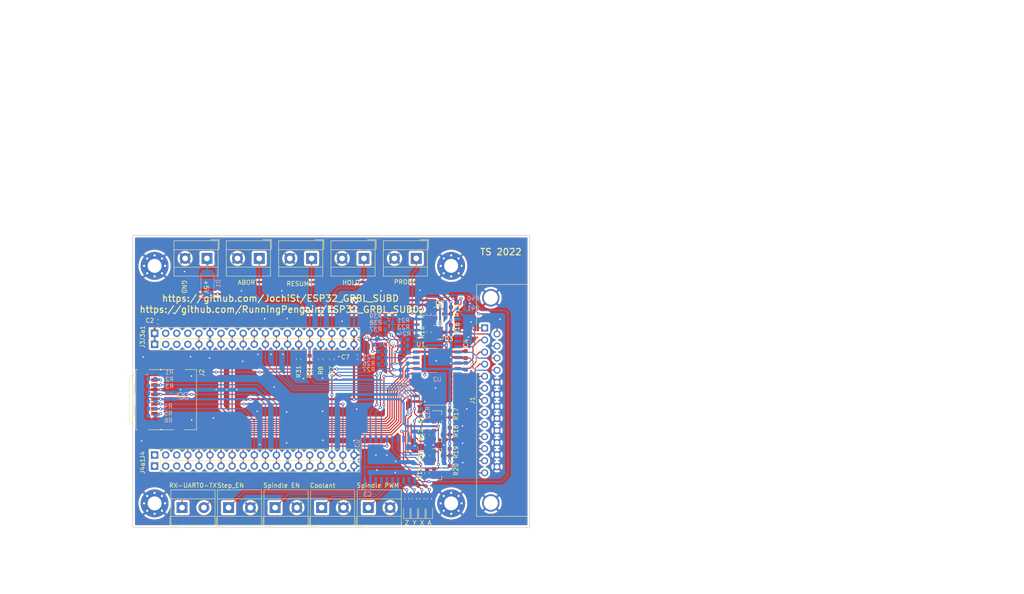
<source format=kicad_pcb>
(kicad_pcb (version 20211014) (generator pcbnew)
  (title_block (title "Project Title"))
  (layers (0 "F.Cu" signal) (31 "B.Cu" signal) (34 "B.Paste" user) (35 "F.Paste" user) (36 "B.SilkS" user "B.Silkscreen") (37 "F.SilkS" user "F.Silkscreen") (38 "B.Mask" user) (39 "F.Mask" user) (44 "Edge.Cuts" user))
  (net 0 "")
  (net 1 "+3V3")
  (net 2 "GND")
  (net 3 "/ENABLE_SPINDEL")
  (net 4 "/BOOST")
  (net 5 "/PROBE")
  (net 6 "/A_LIM")
  (net 7 "/Z_LIM")
  (net 8 "/Y_LIM")
  (net 9 "/X_LIM")
  (net 10 "/RESET")
  (net 11 "/A_STEP")
  (net 12 "/A_DIR")
  (net 13 "/Z_STEP")
  (net 14 "/Z_DIR")
  (net 15 "/Y_STEP")
  (net 16 "/Y_DIR")
  (net 17 "/X_STEP")
  (net 18 "/X_DIR")
  (net 19 "/{slash}SLEEP")
  (net 20 "Net-(J2-Pad1)")
  (net 21 "Net-(J2-Pad8)")
  (net 22 "+5V")
  (net 23 "/A_STEP_3V3")
  (net 24 "/A_DIR_3V3")
  (net 25 "/Z_STEP_3V3")
  (net 26 "/X_DIR_3V3")
  (net 27 "/X_STEP_3V3")
  (net 28 "/Y_DIR_3V3")
  (net 29 "/Y_STEP_3V3")
  (net 30 "/Z_DIR_3V3")
  (net 31 "/HOLD")
  (net 32 "/RESUME")
  (net 33 "/ABORT")
  (net 34 "/PROBE_3V3")
  (net 35 "/ENABLE_3V3")
  (net 38 "/Y_LIM_3V3")
  (net 39 "/X_LIM_3V3")
  (net 40 "/Z_LIM_3V3")
  (net 44 "/SD_CS")
  (net 45 "/SD_MOSI")
  (net 46 "/SD_CLK")
  (net 47 "/SD_MISO")
  (net 48 "/STEP_ENABLE")
  (net 49 "/Spindle_EN_3V3")
  (net 55 "/OUT1_3V3")
  (net 56 "/OUT2_3V3")
  (net 57 "/A_LIM_3V3")
  (net 58 "/COOLANT_3V3")
  (net 59 "/RESET_3V3")
  (net 62 "/OUT3_3V3")
  (net 63 "/OUT9")
  (net 66 "+VDC")
  (net 67 "/SPINDLE_PWM_5V")
  (net 68 "/Spindle_PWM_3V3")
  (net 69 "Net-(D2-Pad2)")
  (net 70 "Net-(D3-Pad2)")
  (net 71 "Net-(D4-Pad2)")
  (net 72 "Net-(D5-Pad2)")
  (net 73 "Net-(R33-Pad2)")
  (net 74 "Net-(R34-Pad2)")
  (net 75 "Net-(R35-Pad2)")
  (net 76 "Net-(R36-Pad2)")
  (net 77 "/EN")
  (net 78 "/U0TX")
  (net 79 "/U0RX")
  (net 82 "/A_LIM-OUT9")
  (net 83 "/SPINDLE_EN_5V")
  (net 84 "/COOLANT_5V")
  (net 85 "/STEP_EN_5V")
  (footprint "Connector_Dsub:DSUB-25_Female_Horizontal_P2.77x2.84mm_EdgePinOffset7.70mm_Housed_MountingHolesOffset9.12mm" (layer "F.Cu") (at 156.4894 93.9546 90)
    (fp_text reference "J1")
    (fp_text value "DB25_Female_MountingHoles")
  )
  (footprint "Connector_Card:microSD_HC_Wuerth_693072010801" (layer "F.Cu") (at 82.3124 110.4116 90)
    (fp_text reference "J2")
    (fp_text value "Micro_SD_Card")
  )
  (footprint "Package_SO:SO-20_12.8x7.5mm_P1.27mm" (layer "F.Cu") (at 145.5674 105.1306)
    (fp_text reference "U1")
    (fp_text value "74HCT245")
  )
  (footprint "Connector_PinSocket_2.54mm:PinSocket_1x19_P2.54mm_Vertical" (layer "F.Cu") (at 80.8124 97.7116 90)
    (fp_text reference "J3")
    (fp_text value "Conn_01x19_Female" hide)
  )
  (footprint "Connector_PinSocket_2.54mm:PinSocket_1x19_P2.54mm_Vertical" (layer "F.Cu") (at 80.8124 123.1116 90)
    (fp_text reference "J4")
    (fp_text value "Conn_01x19_Female")
  )
  (footprint "Package_TO_SOT_SMD:SOT-23" (layer "F.Cu") (at 146.2014 90.7796)
    (fp_text reference "Q2")
    (fp_text value "BSS138")
  )
  (footprint "Package_TO_SOT_SMD:SOT-23" (layer "F.Cu") (at 146.2024 94.9706)
    (fp_text reference "Q3")
    (fp_text value "BSS138")
  )
  (footprint "Package_TO_SOT_SMD:SOT-23" (layer "F.Cu") (at 145.8849 114.5286)
    (fp_text reference "Q4" hide)
    (fp_text value "BSS138")
  )
  (footprint "Package_TO_SOT_SMD:SOT-23" (layer "F.Cu") (at 145.8849 118.4656)
    (fp_text reference "Q5" hide)
    (fp_text value "BSS138")
  )
  (footprint "Package_TO_SOT_SMD:SOT-23" (layer "F.Cu") (at 145.8939 127.232)
    (fp_text reference "Q7" hide)
    (fp_text value "BSS138")
  )
  (footprint "Resistor_SMD:R_0603_1608Metric" (layer "F.Cu") (at 143.3449 114.5286 -90)
    (fp_text reference "R11")
    (fp_text value "10k")
  )
  (footprint "Resistor_SMD:R_0603_1608Metric" (layer "F.Cu") (at 143.3449 123.2535 -90)
    (fp_text reference "R13")
    (fp_text value "10k")
  )
  (footprint "Resistor_SMD:R_0603_1608Metric" (layer "F.Cu") (at 148.7424 94.0816 -90)
    (fp_text reference "R16")
    (fp_text value "10k")
  )
  (footprint "Resistor_SMD:R_0603_1608Metric" (layer "F.Cu") (at 148.4884 113.7031 -90)
    (fp_text reference "R17")
    (fp_text value "10k")
  )
  (footprint "Resistor_SMD:R_0603_1608Metric" (layer "F.Cu") (at 148.4884 117.6401 -90)
    (fp_text reference "R18")
    (fp_text value "10k")
  )
  (footprint "Resistor_SMD:R_0603_1608Metric" (layer "F.Cu") (at 148.4884 122.4915 -90)
    (fp_text reference "R19")
    (fp_text value "10k")
  )
  (footprint "Resistor_SMD:R_0603_1608Metric" (layer "F.Cu") (at 148.4884 126.4285 -90)
    (fp_text reference "R20")
    (fp_text value "10k")
  )
  (footprint "Connector_PinSocket_2.54mm:PinSocket_1x19_P2.54mm_Vertical" (layer "F.Cu") (at 80.8124 95.1716 90)
    (fp_text reference "J3a1")
    (fp_text value "Conn_01x19_Female" hide)
  )
  (footprint "Connector_PinSocket_2.54mm:PinSocket_1x19_P2.54mm_Vertical" (layer "F.Cu") (at 80.8124 125.6516 90)
    (fp_text reference "J4a1")
    (fp_text value "Conn_01x19_Female")
  )
  (footprint "Resistor_SMD:R_0603_1608Metric" (layer "F.Cu") (at 148.7424 89.9541 -90)
    (fp_text reference "R15")
    (fp_text value "10k")
  )
  (footprint "Resistor_SMD:R_0603_1608Metric" (layer "F.Cu") (at 143.6624 90.7796 -90)
    (fp_text reference "R9")
    (fp_text value "10k")
  )
  (footprint "MountingHole:MountingHole_3.2mm_M3_Pad_Via" (layer "F.Cu") (at 80.8124 134.2116 -90)
    (fp_text reference "H1" hide)
    (fp_text value "MountingHole_Pad")
  )
  (footprint "MountingHole:MountingHole_3.2mm_M3_Pad_Via" (layer "F.Cu") (at 148.8124 134.2116 -90)
    (fp_text reference "H2" hide)
    (fp_text value "MountingHole_Pad")
  )
  (footprint "MountingHole:MountingHole_3.2mm_M3_Pad_Via" (layer "F.Cu") (at 148.8124 79.7116 -90)
    (fp_text reference "H3" hide)
    (fp_text value "MountingHole_Pad")
  )
  (footprint "MountingHole:MountingHole_3.2mm_M3_Pad_Via" (layer "F.Cu") (at 80.8124 79.7116 -90)
    (fp_text reference "H4" hide)
    (fp_text value "MountingHole_Pad")
  )
  (footprint "Resistor_SMD:R_0603_1608Metric" (layer "F.Cu") (at 118.8974 101.1301 -90)
    (fp_text reference "R8")
    (fp_text value "47k")
  )
  (footprint "Resistor_SMD:R_0603_1608Metric" (layer "F.Cu") (at 116.3574 101.1301 -90)
    (fp_text reference "R22")
    (fp_text value "47k")
  )
  (footprint "TerminalBlock_MetzConnect:TerminalBlock_MetzConnect_Type055_RT01502HDWU_1x02_P5.00mm_Horizontal" (layer "F.Cu") (at 140.8124 78 180)
    (fp_text reference "J6" hide)
    (fp_text value "Screw_Terminal_01x02")
  )
  (footprint "TerminalBlock_MetzConnect:TerminalBlock_MetzConnect_Type055_RT01502HDWU_1x02_P5.00mm_Horizontal" (layer "F.Cu") (at 128.8124 78 180)
    (fp_text reference "J7" hide)
    (fp_text value "Screw_Terminal_01x02")
  )
  (footprint "TerminalBlock_MetzConnect:TerminalBlock_MetzConnect_Type055_RT01502HDWU_1x02_P5.00mm_Horizontal" (layer "F.Cu") (at 116.8124 78 180)
    (fp_text reference "J8" hide)
    (fp_text value "Screw_Terminal_01x02")
  )
  (footprint "TerminalBlock_MetzConnect:TerminalBlock_MetzConnect_Type055_RT01502HDWU_1x02_P5.00mm_Horizontal" (layer "F.Cu") (at 104.8124 78 180)
    (fp_text reference "J9" hide)
    (fp_text value "Screw_Terminal_01x02")
  )
  (footprint "TerminalBlock_MetzConnect:TerminalBlock_MetzConnect_Type055_RT01502HDWU_1x02_P5.00mm_Horizontal" (layer "F.Cu") (at 129.8232 135.1788)
    (fp_text reference "J10" hide)
    (fp_text value "Screw_Terminal_01x02")
  )
  (footprint "TerminalBlock_MetzConnect:TerminalBlock_MetzConnect_Type055_RT01502HDWU_1x02_P5.00mm_Horizontal" (layer "F.Cu") (at 108.4472 135.1788)
    (fp_text reference "J11" hide)
    (fp_text value "Screw_Terminal_01x02")
  )
  (footprint "TerminalBlock_MetzConnect:TerminalBlock_MetzConnect_Type055_RT01502HDWU_1x02_P5.00mm_Horizontal" (layer "F.Cu") (at 97.7792 135.1788)
    (fp_text reference "J12" hide)
    (fp_text value "Screw_Terminal_01x02")
  )
  (footprint "TerminalBlock_MetzConnect:TerminalBlock_MetzConnect_Type055_RT01502HDWU_1x02_P5.00mm_Horizontal" (layer "F.Cu") (at 119.1152 135.1788)
    (fp_text reference "J13" hide)
    (fp_text value "Screw_Terminal_01x02")
  )
  (footprint "Resistor_SMD:R_0603_1608Metric" (layer "F.Cu") (at 113.8428 101.1301 -90)
    (fp_text reference "R31")
    (fp_text value "47k")
  )
  (footprint "TerminalBlock_MetzConnect:TerminalBlock_MetzConnect_Type055_RT01502HDWU_1x02_P5.00mm_Horizontal" (layer "F.Cu") (at 92.8124 78 180)
    (fp_text reference "J5" hide)
    (fp_text value "Screw_Terminal_01x02")
  )
  (footprint "Resistor_SMD:R_0603_1608Metric" (layer "F.Cu") (at 121.4374 101.1301 -90)
    (fp_text reference "R7")
    (fp_text value "47k")
  )
  (footprint "Resistor_SMD:R_0603_1608Metric" (layer "F.Cu") (at 143.2814 127.254 -90)
    (fp_text reference "R14")
    (fp_text value "10k")
  )
  (footprint "Package_TO_SOT_SMD:SOT-23" (layer "F.Cu") (at 145.8849 123.2535)
    (fp_text reference "Q6" hide)
    (fp_text value "BSS138")
  )
  (footprint "Resistor_SMD:R_0603_1608Metric" (layer "F.Cu") (at 143.6624 94.9706 -90)
    (fp_text reference "R10")
    (fp_text value "10k")
  )
  (footprint "LED_SMD:LED_0603_1608Metric" (layer "F.Cu") (at 140.3604 136.1948 90)
    (fp_text reference "D4" hide)
    (fp_text value "LED")
  )
  (footprint "LED_SMD:LED_0603_1608Metric" (layer "F.Cu") (at 138.6332 136.1948 90)
    (fp_text reference "D5" hide)
    (fp_text value "LED")
  )
  (footprint "Resistor_SMD:R_0603_1608Metric" (layer "F.Cu") (at 140.3604 133.1468 90)
    (fp_text reference "R35" hide)
    (fp_text value "2k7")
  )
  (footprint "Resistor_SMD:R_0603_1608Metric" (layer "F.Cu") (at 142.0876 133.1468 90)
    (fp_text reference "R34" hide)
    (fp_text value "2k7")
  )
  (footprint "Resistor_SMD:R_0603_1608Metric" (layer "F.Cu") (at 143.8148 133.1468 90)
    (fp_text reference "R33" hide)
    (fp_text value "2k7")
  )
  (footprint "LED_SMD:LED_0603_1608Metric" (layer "F.Cu") (at 142.0876 136.1948 90)
    (fp_text reference "D3" hide)
    (fp_text value "LED")
  )
  (footprint "LED_SMD:LED_0603_1608Metric" (layer "F.Cu") (at 143.8148 136.1948 90)
    (fp_text reference "D2" hide)
    (fp_text value "LED")
  )
  (footprint "Resistor_SMD:R_0603_1608Metric" (layer "F.Cu") (at 138.6332 133.1468 90)
    (fp_text reference "R36" hide)
    (fp_text value "2k7")
  )
  (footprint "Capacitor_SMD:C_0603_1608Metric" (layer "F.Cu") (at 81.6356 92.5576)
    (fp_text reference "C2")
    (fp_text value "100n")
  )
  (footprint "Capacitor_SMD:C_0603_1608Metric" (layer "F.Cu") (at 152.146 100.076 -90)
    (fp_text reference "C4")
    (fp_text value "100n")
  )
  (footprint "Capacitor_SMD:C_0603_1608Metric" (layer "F.Cu") (at 127.3048 100.6348)
    (fp_text reference "C7")
    (fp_text value "100n")
  )
  (footprint "Resistor_SMD:R_0603_1608Metric" (layer "F.Cu") (at 143.2814 118.4276 -90)
    (fp_text reference "R12")
    (fp_text value "10k")
  )
  (footprint "TerminalBlock_MetzConnect:TerminalBlock_MetzConnect_Type055_RT01502HDWU_1x02_P5.00mm_Horizontal" (layer "F.Cu") (at 87.1112 135.1788)
    (fp_text reference "J14" hide)
    (fp_text value "Screw_Terminal_01x02")
  )
  (footprint "Resistor_SMD:R_0603_1608Metric" (layer "B.Cu") (at 80.1624 105.6386)
    (fp_text reference "R1")
    (fp_text value "47k")
  )
  (footprint "Resistor_SMD:R_0603_1608Metric" (layer "B.Cu") (at 80.1624 107.2896)
    (fp_text reference "R2")
    (fp_text value "47k")
  )
  (footprint "Resistor_SMD:R_0603_1608Metric" (layer "B.Cu") (at 80.1624 108.9406)
    (fp_text reference "R3")
    (fp_text value "47k")
  )
  (footprint "Resistor_SMD:R_0603_1608Metric" (layer "B.Cu") (at 80.1624 110.8456)
    (fp_text reference "R4")
    (fp_text value "47k")
  )
  (footprint "Resistor_SMD:R_0603_1608Metric" (layer "B.Cu") (at 80.1624 112.4966)
    (fp_text reference "R5")
    (fp_text value "47k")
  )
  (footprint "Resistor_SMD:R_0603_1608Metric" (layer "B.Cu") (at 80.1624 114.1476)
    (fp_text reference "R6")
    (fp_text value "47k")
  )
  (footprint "Package_SO:SO-20_12.8x7.5mm_P1.27mm" (layer "B.Cu") (at 145.5674 97.6376)
    (fp_text reference "U2")
    (fp_text value "74HCT245")
  )
  (footprint "Resistor_SMD:R_0603_1608Metric" (layer "B.Cu") (at 138.0236 96.6216)
    (fp_text reference "R21")
    (fp_text value "dnp")
  )
  (footprint "Resistor_SMD:R_0603_1608Metric" (layer "B.Cu") (at 138.0236 98.0948)
    (fp_text reference "R23")
    (fp_text value "0R")
  )
  (footprint "Resistor_SMD:R_0603_1608Metric" (layer "B.Cu") (at 138.0236 99.568)
    (fp_text reference "R24")
    (fp_text value "dnp")
  )
  (footprint "Resistor_SMD:R_0603_1608Metric" (layer "B.Cu") (at 133.0452 99.3232)
    (fp_text reference "R25")
    (fp_text value "dnp")
  )
  (footprint "Resistor_SMD:R_0603_1608Metric" (layer "B.Cu") (at 133.0452 102.2604)
    (fp_text reference "R27")
    (fp_text value "dnp")
  )
  (footprint "Resistor_SMD:R_0603_1608Metric" (layer "B.Cu") (at 138.0236 105.0544)
    (fp_text reference "R28")
    (fp_text value "dnp")
  )
  (footprint "Resistor_SMD:R_0603_1608Metric" (layer "B.Cu") (at 138.0236 103.5812)
    (fp_text reference "R29")
    (fp_text value "dnp")
  )
  (footprint "Resistor_SMD:R_0603_1608Metric" (layer "B.Cu") (at 133.0452 100.7872)
    (fp_text reference "R26")
    (fp_text value "dnp")
  )
  (footprint "Resistor_SMD:R_0603_1608Metric" (layer "B.Cu") (at 138.0236 102.108)
    (fp_text reference "R30")
    (fp_text value "0R")
  )
  (footprint "Diode_SMD:D_MELF" (layer "B.Cu") (at 92.9132 83.7692 90)
    (fp_text reference "D1")
    (fp_text value "SM4007")
  )
  (footprint "Package_SO:SO-20_12.8x7.5mm_P1.27mm" (layer "B.Cu") (at 134.7216 124.1552 -90)
    (fp_text reference "U3")
    (fp_text value "74HCT245")
  )
  (footprint "Resistor_SMD:R_0603_1608Metric" (layer "B.Cu") (at 141.8844 113.3856 -90)
    (fp_text reference "R32")
    (fp_text value "dnp")
  )
  (footprint "Capacitor_SMD:C_0603_1608Metric" (layer "B.Cu") (at 152.1968 102.7684 90)
    (fp_text reference "C1")
    (fp_text value "100n")
  )
  (footprint "Capacitor_SMD:C_0603_1608Metric" (layer "B.Cu") (at 129.6416 130.6576)
    (fp_text reference "C3")
    (fp_text value "100n")
  )
  (footprint "Capacitor_SMD:C_0603_1608Metric" (layer "B.Cu") (at 83.7184 109.5248 90)
    (fp_text reference "C5")
    (fp_text value "1u")
  )
  (footprint "Capacitor_SMD:C_0603_1608Metric" (layer "B.Cu") (at 85.2932 109.5248 90)
    (fp_text reference "C6")
    (fp_text value "100n")
  )
  (footprint "Resistor_SMD:R_0603_1608Metric" (layer "B.Cu") (at 151.0792 88.1888 180)
    (fp_text reference "R40")
    (fp_text value "dnp")
  )
  (footprint "Resistor_SMD:R_0603_1608Metric" (layer "B.Cu") (at 131.7752 97.8408)
    (fp_text reference "R42")
    (fp_text value "0R")
  )
  (footprint "Resistor_SMD:R_0603_1608Metric" (layer "B.Cu") (at 134.5692 91.2368)
    (fp_text reference "R39")
    (fp_text value "dnp")
  )
  (footprint "Resistor_SMD:R_0603_1608Metric" (layer "B.Cu") (at 134.5692 94.2848)
    (fp_text reference "R37")
    (fp_text value "0R")
  )
  (footprint "Resistor_SMD:R_0603_1608Metric" (layer "B.Cu") (at 151.0792 89.7128 180)
    (fp_text reference "R41")
    (fp_text value "dnp")
  )
  (footprint "Resistor_SMD:R_0603_1608Metric" (layer "B.Cu") (at 134.5692 92.7608)
    (fp_text reference "R38")
    (fp_text value "dnp")
  )
  (gr_line (start 166.8124 139.7116) (end 166.8124 72.7116) (layer "Edge.Cuts") (width 0.1524))
  (gr_line (start 166.8124 139.7116) (end 75.8124 139.7116) (layer "Edge.Cuts") (width 0.1524))
  (gr_line (start 75.8124 139.7116) (end 75.8124 72.7116) (layer "Edge.Cuts") (width 0.1524))
  (gr_line (start 75.8124 72.7116) (end 166.8124 72.7116) (layer "Edge.Cuts") (width 0.1524))
  (gr_text "Spindle EN" (at 109.9312 130.0988) (layer "F.SilkS") (effects (font (size 1.016 1.016) (thickness 0.1524))))
  (gr_text "Step_EN" (at 98.2472 130.0988) (layer "F.SilkS") (effects (font (size 1.016 1.016) (thickness 0.1524))))
  (gr_text "https://github.com/JochiSt/ESP32_GRBL_SUBD" (at 109.6772 87.1728) (layer "F.SilkS") (effects (font (size 1.5 1.5) (thickness 0.25))))
  (gr_text "Z" (at 138.684 138.684) (layer "F.SilkS") (effects (font (size 1.016 1.016) (thickness 0.1524))))
  (gr_text "+5V" (at 92.6592 84.4804 270) (layer "F.SilkS") (effects (font (size 1.016 1.016) (thickness 0.1524))))
  (gr_text "TS 2022" (at 160.2232 76.5048) (layer "F.SilkS") (effects (font (size 1.5 1.5) (thickness 0.25))))
  (gr_text "Y" (at 140.4112 138.684) (layer "F.SilkS") (effects (font (size 1.016 1.016) (thickness 0.1524))))
  (gr_text "Coolant" (at 119.3292 130.0988) (layer "F.SilkS") (effects (font (size 1.016 1.016) (thickness 0.1524))))
  (gr_text "A" (at 143.8656 138.684) (layer "F.SilkS") (effects (font (size 1.016 1.016) (thickness 0.1524))))
  (gr_text "HOLD" (at 125.8316 83.566) (layer "F.SilkS") (effects (font (size 1.016 1.016) (thickness 0.1524))))
  (gr_text "RESUME" (at 114.0968 83.82) (layer "F.SilkS") (effects (font (size 1.016 1.016) (thickness 0.1524))))
  (gr_text "ABORT" (at 102.2604 83.5152) (layer "F.SilkS") (effects (font (size 1.016 1.016) (thickness 0.1524))))
  (gr_text "PROBE" (at 138.2268 83.4136) (layer "F.SilkS") (effects (font (size 1.016 1.016) (thickness 0.1524))))
  (gr_text "X" (at 142.1384 138.684) (layer "F.SilkS") (effects (font (size 1.016 1.016) (thickness 0.1524))))
  (gr_text "RX-UART0-TX" (at 89.6112 130.0988) (layer "F.SilkS") (effects (font (size 1.016 1.016) (thickness 0.1524))))
  (gr_text "Spindle PWM" (at 132.0292 130.0988) (layer "F.SilkS") (effects (font (size 1.016 1.016) (thickness 0.1524))))
  (gr_text "GND" (at 87.5792 84.5312 270) (layer "F.SilkS") (effects (font (size 1.016 1.016) (thickness 0.1524))))
  (gr_text "https://github.com/RunningPenguin/ESP32_GRBL_SUBD" (at 109.4232 89.7128) (layer "F.SilkS") (effects (font (size 1.5 1.5) (thickness 0.25))))
  (segment (start 82.1944 110.3116) (end 82.1944 110.3116) (width 0.254) (layer "F.Cu") (net 1))
  (segment (start 145.2014 89.8296) (end 143.8249 89.8296) (width 0.254) (layer "F.Cu") (net 1))
  (segment (start 143.8249 89.8296) (end 143.6624 89.9921) (width 0.254) (layer "F.Cu") (net 1))
  (segment (start 146.2659 92.8751) (end 146.2659 90.1901) (width 0.254) (layer "F.Cu") (net 1))
  (segment (start 143.5074 113.5786) (end 143.3449 113.7411) (width 0.254) (layer "F.Cu") (net 1))
  (segment (start 145.2024 94.0206) (end 146.0094 94.0206) (width 0.254) (layer "F.Cu") (net 1))
  (segment (start 144.8849 122.3035) (end 145.5699 122.3035) (width 0.254) (layer "F.Cu") (net 1))
  (segment (start 145.8849 113.8746) (end 145.8849 116.4971) (width 0.254) (layer "F.Cu") (net 1))
  (segment (start 145.8849 122.6185) (end 145.8849 125.2855) (width 0.254) (layer "F.Cu") (net 1))
  (segment (start 80.7624 110.3116) (end 82.1944 110.3116) (width 0.254) (layer "F.Cu") (net 1))
  (segment (start 146.2659 90.1901) (end 145.9054 89.8296) (width 0.254) (layer "F.Cu") (net 1))
  (segment (start 143.4659 126.282) (end 143.2814 126.4665) (width 0.254) (layer "F.Cu") (net 1))
  (segment (start 126.5324 110.3116) (end 126.5324 110.3116) (width 0.508) (layer "F.Cu") (net 1))
  (segment (start 145.1229 87.6046) (end 126.517406 87.6046) (width 0.508) (layer "F.Cu") (net 1))
  (segment (start 143.5074 122.3035) (end 143.3449 122.466) (width 0.254) (layer "F.Cu") (net 1))
  (segment (start 126.5324 96.509519) (end 126.5324 95.1716) (width 0.254) (layer "F.Cu") (net 1))
  (segment (start 145.8849 117.2196) (end 145.5889 117.5156) (width 0.254) (layer "F.Cu") (net 1))
  (segment (start 145.8849 126.0475) (end 145.6504 126.282) (width 0.254) (layer "F.Cu") (net 1))
  (segment (start 144.8849 113.5786) (end 143.5074 113.5786) (width 0.254) (layer "F.Cu") (net 1))
  (segment (start 143.8249 94.0206) (end 143.6624 94.1831) (width 0.254) (layer "F.Cu") (net 1))
  (segment (start 144.8849 117.5156) (end 143.4059 117.5156) (width 0.254) (layer "F.Cu") (net 1))
  (segment (start 145.6504 126.282) (end 144.8939 126.282) (width 0.254) (layer "F.Cu") (net 1))
  (segment (start 145.8849 126.0475) (end 145.8849 125.2855) (width 0.254) (layer "F.Cu") (net 1))
  (segment (start 113.8555 101.9176) (end 113.8428 101.9303) (width 0.254) (layer "F.Cu") (net 1))
  (segment (start 121.4904 101.9706) (end 126.5324 101.9706) (width 0.508) (layer "F.Cu") (net 1))
  (segment (start 145.5889 117.5156) (end 144.8849 117.5156) (width 0.254) (layer "F.Cu") (net 1))
  (segment (start 143.4059 117.5156) (end 143.2814 117.6401) (width 0.254) (layer "F.Cu") (net 1))
  (segment (start 126.5324 97.7116) (end 126.5324 96.509519) (width 0.254) (layer "F.Cu") (net 1))
  (segment (start 126.5324 101.9706) (end 126.5324 95.1716) (width 0.508) (layer "F.Cu") (net 1))
  (segment (start 116.3574 101.9176) (end 121.4374 101.9176) (width 0.508) (layer "F.Cu") (net 1))
  (segment (start 121.4374 101.9176) (end 121.4904 101.9706) (width 0.508) (layer "F.Cu") (net 1))
  (segment (start 145.5699 122.3035) (end 145.8849 122.6185) (width 0.254) (layer "F.Cu") (net 1))
  (segment (start 144.8849 122.3035) (end 143.5074 122.3035) (width 0.254) (layer "F.Cu") (net 1))
  (segment (start 144.8849 113.5786) (end 145.5889 113.5786) (width 0.254) (layer "F.Cu") (net 1))
  (segment (start 146.2659 88.7476) (end 145.1229 87.6046) (width 0.508) (layer "F.Cu") (net 1))
  (segment (start 102.8059 110.3116) (end 126.5324 110.3116) (width 0.508) (layer "F.Cu") (net 1))
  (segment (start 145.5889 113.5786) (end 145.8849 113.8746) (width 0.254) (layer "F.Cu") (net 1))
  (segment (start 144.8939 126.282) (end 143.4659 126.282) (width 0.254) (layer "F.Cu") (net 1))
  (segment (start 145.9054 89.8296) (end 145.2014 89.8296) (width 0.254) (layer "F.Cu") (net 1))
  (segment (start 146.0094 94.0206) (end 146.2659 93.7641) (width 0.254) (layer "F.Cu") (net 1))
  (segment (start 145.2024 94.0206) (end 143.8249 94.0206) (width 0.254) (layer "F.Cu") (net 1))
  (segment (start 146.2659 93.7641) (end 146.2659 92.8751) (width 0.254) (layer "F.Cu") (net 1))
  (segment (start 116.3574 101.9176) (end 113.8555 101.9176) (width 0.508) (layer "F.Cu") (net 1))
  (segment (start 126.5324 110.3116) (end 126.5324 101.9706) (width 0.508) (layer "F.Cu") (net 1))
  (segment (start 145.8849 116.4971) (end 145.8849 117.2196) (width 0.254) (layer "F.Cu") (net 1))
  (via (at 102.8059 110.3116) (size 0.6858) (drill 0.3302) (layers "F.Cu" "B.Cu") (net 1))
  (via (at 126.517406 87.6046) (size 0.6858) (drill 0.3302) (layers "F.Cu" "B.Cu") (net 1))
  (via (at 145.8849 116.4971) (size 0.6858) (drill 0.3302) (layers "F.Cu" "B.Cu") (net 1))
  (via (at 126.5324 110.3116) (size 0.6858) (drill 0.3302) (layers "F.Cu" "B.Cu") (net 1))
  (via (at 146.2659 92.8751) (size 0.6858) (drill 0.3302) (layers "F.Cu" "B.Cu") (net 1))
  (via (at 146.2659 88.7476) (size 0.6858) (drill 0.3302) (layers "F.Cu" "B.Cu") (net 1))
  (via (at 82.1944 110.3116) (size 0.6858) (drill 0.3302) (layers "F.Cu" "B.Cu") (net 1))
  (via (at 145.8849 125.2855) (size 0.6858) (drill 0.3302) (layers "F.Cu" "B.Cu") (net 1))
  (segment (start 102.8059 110.3116) (end 102.8059 110.3116) (width 0.508) (layer "B.Cu") (net 1))
  (segment (start 145.8849 125.2855) (end 145.8849 125.2855) (width 0.508) (layer "B.Cu") (net 1))
  (segment (start 137.0832 110.3116) (end 137.922 111.1504) (width 0.508) (layer "B.Cu") (net 1))
  (segment (start 79.3749 108.9406) (end 79.3749 109.9311) (width 0.254) (layer "B.Cu") (net 1))
  (segment (start 83.7177 110.3116) (end 83.7184 110.3123) (width 0.508) (layer "B.Cu") (net 1))
  (segment (start 86.5384 110.3116) (end 86.5377 110.3123) (width 0.508) (layer "B.Cu") (net 1))
  (segment (start 83.7184 110.3123) (end 85.2932 110.3123) (width 0.508) (layer "B.Cu") (net 1))
  (segment (start 138.5443 116.4971) (end 145.8849 116.4971) (width 0.508) (layer "B.Cu") (net 1))
  (segment (start 146.2659 92.8751) (end 146.2659 88.7476) (width 0.508) (layer "B.Cu") (net 1))
  (segment (start 126.5324 87.619594) (end 126.517406 87.6046) (width 0.508) (layer "B.Cu") (net 1))
  (segment (start 102.8059 110.3116) (end 86.5384 110.3116) (width 0.508) (layer "B.Cu") (net 1))
  (segment (start 79.3749 108.9406) (end 79.3749 105.6386) (width 0.254) (layer "B.Cu") (net 1))
  (segment (start 82.1944 110.3116) (end 83.7177 110.3116) (width 0.508) (layer "B.Cu") (net 1))
  (segment (start 81.8139 109.9311) (end 79.3749 109.9311) (width 0.254) (layer "B.Cu") (net 1))
  (segment (start 145.8849 125.2855) (end 145.8849 116.4971) (width 0.254) (layer "B.Cu") (net 1))
  (segment (start 79.3749 114.1476) (end 79.3749 110.8456) (width 0.254) (layer "B.Cu") (net 1))
  (segment (start 86.5377 110.3123) (end 85.2932 110.3123) (width 0.508) (layer "B.Cu") (net 1))
  (segment (start 137.922 115.8748) (end 138.5443 116.4971) (width 0.508) (layer "B.Cu") (net 1))
  (segment (start 126.5324 95.1716) (end 126.5324 87.619594) (width 0.508) (layer "B.Cu") (net 1))
  (segment (start 137.922 111.1504) (end 137.922 115.8748) (width 0.508) (layer "B.Cu") (net 1))
  (segment (start 126.5324 110.3116) (end 137.0832 110.3116) (width 0.508) (layer "B.Cu") (net 1))
  (segment (start 82.1944 110.3116) (end 81.8139 109.9311) (width 0.254) (layer "B.Cu") (net 1))
  (segment (start 79.3749 109.9311) (end 79.3749 110.8456) (width 0.254) (layer "B.Cu") (net 1))
  (segment (start 128.0923 96.43595) (end 128.0923 100.6348) (width 0.254) (layer "F.Cu") (net 2))
  (segment (start 140.8174 110.8456) (end 142.7734 110.8456) (width 0.254) (layer "F.Cu") (net 2))
  (segment (start 150.3174 100.6856) (end 151.3332 100.6856) (width 0.508) (layer "F.Cu") (net 2))
  (segment (start 151.5111 100.8635) (end 152.146 100.8635) (width 0.508) (layer "F.Cu") (net 2))
  (segment (start 129.22745 95.3008) (end 128.0923 96.43595) (width 0.254) (layer "F.Cu") (net 2))
  (segment (start 82.1944 108.1116) (end 80.7624 108.1116) (width 0.254) (layer "F.Cu") (net 2))
  (segment (start 131.2672 95.3008) (end 129.22745 95.3008) (width 0.254) (layer "F.Cu") (net 2))
  (segment (start 150.3174 100.6856) (end 148.6916 100.6856) (width 0.508) (layer "F.Cu") (net 2))
  (segment (start 151.3332 100.6856) (end 151.5111 100.8635) (width 0.508) (layer "F.Cu") (net 2))
  (segment (start 131.860893 95.894493) (end 131.2672 95.3008) (width 0.254) (layer "F.Cu") (net 2))
  (via (at 148.6916 100.6856) (size 0.6858) (drill 0.3302) (layers "F.Cu" "B.Cu") (net 2))
  (via (at 127.1524 112.5728) (size 0.6858) (drill 0.3302) (layers "F.Cu" "B.Cu") (net 2))
  (via (at 123.0376 100.5332) (size 0.6858) (drill 0.3302) (layers "F.Cu" "B.Cu") (net 2))
  (via (at 131.7752 126.5804) (size 0.6858) (drill 0.3302) (layers "F.Cu" "B.Cu") (net 2))
  (via (at 89.0524 100.5332) (size 0.6858) (drill 0.3302) (layers "F.Cu" "B.Cu") (net 2))
  (via (at 119.3292 113.0808) (size 0.6858) (drill 0.3302) (layers "F.Cu" "B.Cu") (net 2))
  (via (at 145.2372 107.7468) (size 0.6858) (drill 0.3302) (layers "F.Cu" "B.Cu") (net 2))
  (via (at 144.6784 120.8024) (size 0.6858) (drill 0.3302) (layers "F.Cu" "B.Cu") (net 2))
  (via (at 153.1112 88.2904) (size 0.6858) (drill 0.3302) (layers "F.Cu" "B.Cu") (net 2))
  (via (at 151.4348 116.4336) (size 0.6858) (drill 0.3302) (layers "F.Cu" "B.Cu") (net 2))
  (via (at 153.3652 92.5576) (size 0.6858) (drill 0.3302) (layers "F.Cu" "B.Cu") (net 2))
  (via (at 104.902 120.7008) (size 0.6858) (drill 0.3302) (layers "F.Cu" "B.Cu") (net 2))
  (via (at 86.7664 108.1024) (size 0.6858) (drill 0.3302) (layers "F.Cu" "B.Cu") (net 2))
  (via (at 119.3292 105.5116) (size 0.6858) (drill 0.3302) (layers "F.Cu" "B.Cu") (net 2))
  (via (at 93.4212 100.838) (size 0.6858) (drill 0.3302) (layers "F.Cu" "B.Cu") (net 2))
  (via (at 119.38 119.7356) (size 0.6858) (drill 0.3302) (layers "F.Cu" "B.Cu") (net 2))
  (via (at 82.3468 117.2464) (size 0.6858) (drill 0.3302) (layers "F.Cu" "B.Cu") (net 2))
  (via (at 82.2452 103.5304) (size 0.6858) (drill 0.3302) (layers "F.Cu" "B.Cu") (net 2))
  (via (at 142.8496 120.8024) (size 0.6858) (drill 0.3302) (layers "F.Cu" "B.Cu") (net 2))
  (via (at 152.4 112.522) (size 0.6858) (drill 0.3302) (layers "F.Cu" "B.Cu") (net 2))
  (via (at 78.1812 100.6348) (size 0.6858) (drill 0.3302) (layers "F.Cu" "B.Cu") (net 2))
  (via (at 94.2848 114.6048) (size 0.6858) (drill 0.3302) (layers "F.Cu" "B.Cu") (net 2))
  (via (at 136.5626 95.3008) (size 0.6858) (drill 0.3302) (layers "F.Cu" "B.Cu") (net 2))
  (via (at 135.9916 127.1016) (size 0.6858) (drill 0.3302) (layers "F.Cu" "B.Cu") (net 2))
  (via (at 123.8504 87.5792) (size 0.6858) (drill 0.3302) (layers "F.Cu" "B.Cu") (net 2))
  (via (at 89.3064 115.062) (size 0.6858) (drill 0.3302) (layers "F.Cu" "B.Cu") (net 2))
  (via (at 142.7734 110.8456) (size 0.6858) (drill 0.3302) (layers "F.Cu" "B.Cu") (net 2))
  (via (at 100.2284 90.3732) (size 0.6858) (drill 0.3302) (layers "F.Cu" "B.Cu") (net 2))
  (via (at 107.4928 100) (size 0.6858) (drill 0.3302) (layers "F.Cu" "B.Cu") (net 2))
  (via (at 126.492 119.8372) (size 0.6858) (drill 0.3302) (layers "F.Cu" "B.Cu") (net 2))
  (via (at 149.3012 87.1728) (size 0.6858) (drill 0.3302) (layers "F.Cu" "B.Cu") (net 2))
  (via (at 131.572 123.1392) (size 0.6858) (drill 0.3302) (layers "F.Cu" "B.Cu") (net 2))
  (via (at 111.0996 113.2332) (size 0.6858) (drill 0.3302) (layers "F.Cu" "B.Cu") (net 2))
  (via (at 108.2548 107.4928) (size 0.6858) (drill 0.3302) (layers "F.Cu" "B.Cu") (net 2))
  (via (at 151.4348 120.396) (size 0.6858) (drill 0.3302) (layers "F.Cu" "B.Cu") (net 2))
  (via (at 104.4956 100) (size 0.6858) (drill 0.3302) (layers "F.Cu" "B.Cu") (net 2))
  (via (at 131.860893 95.894493) (size 0.6858) (drill 0.3302) (layers "F.Cu" "B.Cu") (net 2))
  (via (at 85.1408 90.5256) (size 0.6858) (drill 0.3302) (layers "F.Cu" "B.Cu") (net 2))
  (via (at 106.0704 91.8464) (size 0.6858) (drill 0.3302) (layers "F.Cu" "B.Cu") (net 2))
  (via (at 100.9904 101.6) (size 0.6858) (drill 0.3302) (layers "F.Cu" "B.Cu") (net 2))
  (via (at 97.3328 108.1024) (size 0.6858) (drill 0.3302) (layers "F.Cu" "B.Cu") (net 2))
  (via (at 109.982 85.4456) (size 0.6858) (drill 0.3302) (layers "F.Cu" "B.Cu") (net 2))
  (via (at 114.9604 105.5624) (size 0.6858) (drill 0.3302) (layers "F.Cu" "B.Cu") (net 2))
  (via (at 111.2012 91.7956) (size 0.6858) (drill 0.3302) (layers "F.Cu" "B.Cu") (net 2))
  (via (at 151.4856 124.8664) (size 0.6858) (drill 0.3302) (layers "F.Cu" "B.Cu") (net 2))
  (via (at 123.7996 92.4052) (size 0.6858) (drill 0.3302) (layers "F.Cu" "B.Cu") (net 2))
  (via (at 132.7404 85.4456) (size 0.6858) (drill 0.3302) (layers "F.Cu" "B.Cu") (net 2))
  (via (at 136.0932 124.5616) (size 0.6858) (drill 0.3302) (layers "F.Cu" "B.Cu") (net 2))
  (via (at 94.9452 108.1024) (size 0.6858) (drill 0.3302) (layers "F.Cu" "B.Cu") (net 2))
  (via (at 89.2556 105.0036) (size 0.6858) (drill 0.3302) (layers "F.Cu" "B.Cu") (net 2))
  (via (at 93.5228 90.0176) (size 0.6858) (drill 0.3302) (layers "F.Cu" "B.Cu") (net 2))
  (via (at 140.462 121.0056) (size 0.6858) (drill 0.3302) (layers "F.Cu" "B.Cu") (net 2))
  (via (at 111.0996 120.3452) (size 0.6858) (drill 0.3302) (layers "F.Cu" "B.Cu") (net 2))
  (via (at 152.7556 96.0628) (size 0.6858) (drill 0.3302) (layers "F.Cu" "B.Cu") (net 2))
  (via (at 148.6916 102.0826) (size 0.6858) (drill 0.3302) (layers "F.Cu" "B.Cu") (net 2))
  (via (at 100.7364 85.4456) (size 0.6858) (drill 0.3302) (layers "F.Cu" "B.Cu") (net 2))
  (via (at 110.236 100) (size 0.6858) (drill 0.3302) (layers "F.Cu" "B.Cu") (net 2))
  (via (at 82.1944 108.1116) (size 0.6858) (drill 0.3302) (layers "F.Cu" "B.Cu") (net 2))
  (via (at 145.3896 101.4984) (size 0.6858) (drill 0.3302) (layers "F.Cu" "B.Cu") (net 2))
  (via (at 141.6304 85.2932) (size 0.6858) (drill 0.3302) (layers "F.Cu" "B.Cu") (net 2))
  (via (at 160.02 91.948) (size 0.6858) (drill 0.3302) (layers "F.Cu" "B.Cu") (net 2))
  (via (at 99.6696 108.1024) (size 0.6858) (drill 0.3302) (layers "F.Cu" "B.Cu") (net 2))
  (via (at 77.8256 119.888) (size 0.6858) (drill 0.3302) (layers "F.Cu" "B.Cu") (net 2))
  (via (at 146.2532 96.5708) (size 0.6858) (drill 0.3302) (layers "F.Cu" "B.Cu") (net 2))
  (via (at 147.1676 120.8532) (size 0.6858) (drill 0.3302) (layers "F.Cu" "B.Cu") (net 2))
  (via (at 104.3432 113.0808) (size 0.6858) (drill 0.3302) (layers "F.Cu" "B.Cu") (net 2))
  (via (at 134.0612 123.1392) (size 0.6858) (drill 0.3302) (layers "F.Cu" "B.Cu") (net 2))
  (via (at 87.6808 81.026) (size 0.6858) (drill 0.3302) (layers "F.Cu" "B.Cu") (net 2))
  (segment (start 130.4291 129.8195) (end 130.4291 130.6576) (width 0.508) (layer "B.Cu") (net 2))
  (segment (start 130.2766 129.667) (end 130.4291 129.8195) (width 0.508) (layer "B.Cu") (net 2))
  (segment (start 130.2766 128.9052) (end 130.2766 129.667) (width 0.508) (layer "B.Cu") (net 2))
  (segment (start 131.860893 96.930107) (end 130.9502 97.8408) (width 0.254) (layer "B.Cu") (net 2))
  (segment (start 150.3174 102.0826) (end 148.6916 102.0826) (width 0.508) (layer "B.Cu") (net 2))
  (segment (start 151.4095 101.9809) (end 152.1968 101.9809) (width 0.508) (layer "B.Cu") (net 2))
  (segment (start 131.860893 95.894493) (end 131.860893 96.930107) (width 0.254) (layer "B.Cu") (net 2))
  (segment (start 151.3078 102.0826) (end 151.4095 101.9809) (width 0.508) (layer "B.Cu") (net 2))
  (segment (start 140.4366 120.9802) (end 140.462 121.0056) (width 0.254) (layer "B.Cu") (net 2))
  (segment (start 150.3174 102.0826) (end 151.3078 102.0826) (width 0.508) (layer "B.Cu") (net 2))
  (segment (start 140.4366 119.4052) (end 140.4366 120.9802) (width 0.254) (layer "B.Cu") (net 2))
  (segment (start 154.2034 94.5896) (end 154.8384 93.9546) (width 0.254) (layer "B.Cu") (net 3))
  (segment (start 153.6954 98.2726) (end 154.2034 97.7646) (width 0.254) (layer "B.Cu") (net 3))
  (segment (start 154.8384 93.9546) (end 156.4894 93.9546) (width 0.254) (layer "B.Cu") (net 3))
  (segment (start 150.3174 98.2726) (end 153.6954 98.2726) (width 0.254) (layer "B.Cu") (net 3))
  (segment (start 154.2034 97.7646) (end 154.2034 94.5896) (width 0.254) (layer "B.Cu") (net 3))
  (segment (start 155.0324 100.8796) (end 153.6954 99.5426) (width 0.254) (layer "B.Cu") (net 4))
  (segment (start 159.3294 100.8796) (end 155.0324 100.8796) (width 0.254) (layer "B.Cu") (net 4))
  (segment (start 150.3174 99.5426) (end 153.6954 99.5426) (width 0.254) (layer "B.Cu") (net 4))
  (segment (start 153.801512 95.330712) (end 153.3399 94.8691) (width 0.254) (layer "F.Cu") (net 5))
  (segment (start 157.9499 95.9866) (end 157.294012 95.330712) (width 0.254) (layer "F.Cu") (net 5))
  (segment (start 148.6409 94.9706) (end 148.7424 94.8691) (width 0.254) (layer "F.Cu") (net 5))
  (segment (start 157.294012 95.330712) (end 153.801512 95.330712) (width 0.254) (layer "F.Cu") (net 5))
  (segment (start 153.3399 94.8691) (end 148.2344 94.8691) (width 0.254) (layer "F.Cu") (net 5))
  (segment (start 159.3294 98.1096) (end 158.2949 98.1096) (width 0.254) (layer "F.Cu") (net 5))
  (segment (start 158.2949 98.1096) (end 157.9499 97.7646) (width 0.254) (layer "F.Cu") (net 5))
  (segment (start 147.2024 94.9706) (end 148.6409 94.9706) (width 0.254) (layer "F.Cu") (net 5))
  (segment (start 157.9499 97.7646) (end 157.9499 95.9866) (width 0.254) (layer "F.Cu") (net 5))
  (segment (start 148.7044 90.7796) (end 148.7424 90.7416) (width 0.254) (layer "F.Cu") (net 6))
  (segment (start 147.2014 90.7796) (end 148.7044 90.7796) (width 0.254) (layer "F.Cu") (net 6))
  (segment (start 151.0792 87.1342) (end 151.0792 88.4048) (width 0.254) (layer "F.Cu") (net 6))
  (segment (start 151.0792 88.4048) (end 148.7424 90.7416) (width 0.254) (layer "F.Cu") (net 6))
  (via (at 151.0792 87.1342) (size 0.6858) (drill 0.3302) (layers "F.Cu" "B.Cu") (net 6))
  (segment (start 150.2542 87.9592) (end 151.0792 87.1342) (width 0.254) (layer "B.Cu") (net 6))
  (segment (start 150.2542 88.1888) (end 150.2542 87.9592) (width 0.254) (layer "B.Cu") (net 6))
  (segment (start 152.9969 116.52347) (end 152.9969 115.1001) (width 0.254) (layer "F.Cu") (net 7))
  (segment (start 152.3874 114.4906) (end 148.4884 114.4906) (width 0.254) (layer "F.Cu") (net 7))
  (segment (start 156.4894 118.8846) (end 155.35803 118.8846) (width 0.254) (layer "F.Cu") (net 7))
  (segment (start 152.9969 115.1001) (end 152.3874 114.4906) (width 0.254) (layer "F.Cu") (net 7))
  (segment (start 148.4884 114.4906) (end 146.9229 114.4906) (width 0.254) (layer "F.Cu") (net 7))
  (segment (start 146.9229 114.4906) (end 146.8849 114.5286) (width 0.254) (layer "F.Cu") (net 7))
  (segment (start 155.35803 118.8846) (end 152.9969 116.52347) (width 0.254) (layer "F.Cu") (net 7))
  (segment (start 156.4894 124.4246) (end 154.3204 124.4246) (width 0.254) (layer "F.Cu") (net 8))
  (segment (start 153.1748 123.279) (end 148.4884 123.279) (width 0.254) (layer "F.Cu") (net 8))
  (segment (start 148.4884 123.279) (end 146.9104 123.279) (width 0.254) (layer "F.Cu") (net 8))
  (segment (start 154.3204 124.4246) (end 153.1748 123.279) (width 0.254) (layer "F.Cu") (net 8))
  (segment (start 146.9104 123.279) (end 146.8849 123.2535) (width 0.254) (layer "F.Cu") (net 8))
  (segment (start 148.4884 127.216) (end 146.9099 127.216) (width 0.254) (layer "F.Cu") (net 9))
  (segment (start 148.4884 127.216) (end 156.468 127.216) (width 0.254) (layer "F.Cu") (net 9))
  (segment (start 146.9099 127.216) (end 146.8939 127.232) (width 0.254) (layer "F.Cu") (net 9))
  (segment (start 156.468 127.216) (end 156.4894 127.1946) (width 0.254) (layer "F.Cu") (net 9))
  (segment (start 152.0699 118.4276) (end 148.4884 118.4276) (width 0.254) (layer "F.Cu") (net 10))
  (segment (start 155.2969 121.6546) (end 152.0699 118.4276) (width 0.254) (layer "F.Cu") (net 10))
  (segment (start 156.4894 121.6546) (end 155.2969 121.6546) (width 0.254) (layer "F.Cu") (net 10))
  (segment (start 148.4884 118.4276) (end 146.9229 118.4276) (width 0.254) (layer "F.Cu") (net 10))
  (segment (start 146.9229 118.4276) (end 146.8849 118.4656) (width 0.254) (layer "F.Cu") (net 10))
  (segment (start 150.3174 110.8456) (end 153.6954 110.8456) (width 0.254) (layer "F.Cu") (net 11))
  (segment (start 154.2034 115.4176) (end 154.9004 116.1146) (width 0.254) (layer "F.Cu") (net 11))
  (segment (start 154.2034 111.3536) (end 154.2034 115.4176) (width 0.254) (layer "F.Cu") (net 11))
  (segment (start 154.9004 116.1146) (end 156.4894 116.1146) (width 0.254) (layer "F.Cu") (net 11))
  (segment (start 153.6954 110.8456) (end 154.2034 111.3536) (width 0.254) (layer "F.Cu") (net 11))
  (segment (start 155.1784 113.3446) (end 156.4894 113.3446) (width 0.254) (layer "F.Cu") (net 12))
  (segment (start 154.7114 110.4646) (end 154.7114 112.8776) (width 0.254) (layer "F.Cu") (net 12))
  (segment (start 150.3174 109.5756) (end 153.8224 109.5756) (width 0.254) (layer "F.Cu") (net 12))
  (segment (start 154.7114 112.8776) (end 155.1784 113.3446) (width 0.254) (layer "F.Cu") (net 12))
  (segment (start 153.8224 109.5756) (end 154.7114 110.4646) (width 0.254) (layer "F.Cu") (net 12))
  (segment (start 154.9654 108.9406) (end 154.9654 109.7026) (width 0.254) (layer "F.Cu") (net 13))
  (segment (start 154.9654 109.7026) (end 155.8374 110.5746) (width 0.254) (layer "F.Cu") (net 13))
  (segment (start 154.3304 108.3056) (end 154.9654 108.9406) (width 0.254) (layer "F.Cu") (net 13))
  (segment (start 155.8374 110.5746) (end 156.4894 110.5746) (width 0.254) (layer "F.Cu") (net 13))
  (segment (start 150.3174 108.3056) (end 154.3304 108.3056) (width 0.254) (layer "F.Cu") (net 13))
  (segment (start 154.2034 107.0356) (end 154.9724 107.8046) (width 0.254) (layer "F.Cu") (net 14))
  (segment (start 150.3174 107.0356) (end 154.2034 107.0356) (width 0.254) (layer "F.Cu") (net 14))
  (segment (start 154.9724 107.8046) (end 156.4894 107.8046) (width 0.254) (layer "F.Cu") (net 14))
  (segment (start 154.62703 105.7656) (end 155.35803 105.0346) (width 0.254) (layer "F.Cu") (net 15))
  (segment (start 150.3174 105.7656) (end 154.62703 105.7656) (width 0.254) (layer "F.Cu") (net 15))
  (segment (start 155.35803 105.0346) (end 156.4894 105.0346) (width 0.254) (layer "F.Cu") (net 15))
  (segment (start 150.3174 104.4956) (end 153.8224 104.4956) (width 0.254) (layer "F.Cu") (net 16))
  (segment (start 154.3304 103.29223) (end 155.35803 102.2646) (width 0.254) (layer "F.Cu") (net 16))
  (segment (start 155.35803 102.2646) (end 156.4894 102.2646) (width 0.254) (layer "F.Cu") (net 16))
  (segment (start 154.3304 103.9876) (end 154.3304 103.29223) (width 0.254) (layer "F.Cu") (net 16))
  (segment (start 153.8224 104.4956) (end 154.3304 103.9876) (width 0.254) (layer "F.Cu") (net 16))
  (segment (start 154.5844 100.26823) (end 154.5844 101.7016) (width 0.254) (layer "F.Cu") (net 17))
  (segment (start 155.35803 99.4946) (end 154.5844 100.26823) (width 0.254) (layer "F.Cu") (net 17))
  (segment (start 153.0604 103.2256) (end 150.3174 103.2256) (width 0.254) (layer "F.Cu") (net 17))
  (segment (start 154.5844 101.7016) (end 153.0604 103.2256) (width 0.254) (layer "F.Cu") (net 17))
  (segment (start 156.4894 99.4946) (end 155.35803 99.4946) (width 0.254) (layer "F.Cu") (net 17))
  (segment (start 152.8064 101.9556) (end 150.3174 101.9556) (width 0.254) (layer "F.Cu") (net 18))
  (segment (start 153.8224 100.9396) (end 152.8064 101.9556) (width 0.254) (layer "F.Cu") (net 18))
  (segment (start 153.8224 98.26023) (end 153.8224 100.9396) (width 0.254) (layer "F.Cu") (net 18))
  (segment (start 156.4894 96.7246) (end 155.35803 96.7246) (width 0.254) (layer "F.Cu") (net 18))
  (segment (start 155.35803 96.7246) (end 153.8224 98.26023) (width 0.254) (layer "F.Cu") (net 18))
  (segment (start 154.3734 103.6496) (end 153.8224 103.0986) (width 0.254) (layer "B.Cu") (net 19))
  (segment (start 159.3294 103.6496) (end 154.3734 103.6496) (width 0.254) (layer "B.Cu") (net 19))
  (segment (start 150.3174 100.8126) (end 153.0604 100.8126) (width 0.254) (layer "B.Cu") (net 19))
  (segment (start 153.8224 101.5746) (end 153.0604 100.8126) (width 0.254) (layer "B.Cu") (net 19))
  (segment (start 153.8224 103.0986) (end 153.8224 101.5746) (width 0.254) (layer "B.Cu") (net 19))
  (segment (start 82.1944 113.6116) (end 82.1944 113.6116) (width 0.254) (layer "F.Cu") (net 20))
  (segment (start 80.7624 113.6116) (end 82.1944 113.6116) (width 0.254) (layer "F.Cu") (net 20))
  (via (at 82.1944 113.6116) (size 0.6858) (drill 0.3302) (layers "F.Cu" "B.Cu") (net 20))
  (segment (start 81.6584 114.1476) (end 82.1944 113.6116) (width 0.254) (layer "B.Cu") (net 20))
  (segment (start 80.9499 114.1476) (end 81.6584 114.1476) (width 0.254) (layer "B.Cu") (net 20))
  (segment (start 82.1944 105.9116) (end 82.1944 105.9116) (width 0.254) (layer "F.Cu") (net 21))
  (segment (start 80.7624 105.9116) (end 82.1944 105.9116) (width 0.254) (layer "F.Cu") (net 21))
  (via (at 82.1944 105.9116) (size 0.6858) (drill 0.3302) (layers "F.Cu" "B.Cu") (net 21))
  (segment (start 80.9499 105.6386) (end 81.9214 105.6386) (width 0.254) (layer "B.Cu") (net 21))
  (segment (start 81.9214 105.6386) (end 82.1944 105.9116) (width 0.254) (layer "B.Cu") (net 21))
  (segment (start 148.7424 89.1666) (end 148.7424 88.6291) (width 0.254) (layer "F.Cu") (net 22))
  (segment (start 148.7424 88.6291) (end 148.7424 87.9856) (width 0.254) (layer "F.Cu") (net 22))
  (segment (start 148.4884 125.641) (end 148.4884 125.1035) (width 0.254) (layer "F.Cu") (net 22))
  (segment (start 148.4884 125.1035) (end 148.4884 124.46) (width 0.254) (layer "F.Cu") (net 22))
  (segment (start 147.5994 99.4156) (end 148.4884 99.4156) (width 0.508) (layer "F.Cu") (net 22))
  (segment (start 98.444399 83.419601) (end 97.885599 83.419601) (width 0.508) (layer "F.Cu") (net 22))
  (segment (start 150.3174 99.4156) (end 151.3332 99.4156) (width 0.508) (layer "F.Cu") (net 22))
  (segment (start 151.4603 99.2885) (end 152.146 99.2885) (width 0.508) (layer "F.Cu") (net 22))
  (segment (start 147.7264 99.2886) (end 147.5994 99.4156) (width 0.254) (layer "F.Cu") (net 22))
  (segment (start 98.558001 83.419601) (end 98.444399 83.419601) (width 0.254) (layer "F.Cu") (net 22))
  (segment (start 98.558001 83.419601) (end 144.176401 83.419601) (width 0.508) (layer "F.Cu") (net 22))
  (segment (start 151.3332 99.4156) (end 151.4603 99.2885) (width 0.508) (layer "F.Cu") (net 22))
  (segment (start 148.7424 92.7566) (end 148.7424 92.1131) (width 0.254) (layer "F.Cu") (net 22))
  (segment (start 97.3328 83.9724) (end 97.3328 85.598) (width 0.508) (layer "F.Cu") (net 22))
  (segment (start 144.176401 83.419601) (end 148.7424 87.9856) (width 0.508) (layer "F.Cu") (net 22))
  (segment (start 97.885599 83.419601) (end 97.3328 83.9724) (width 0.508) (layer "F.Cu") (net 22))
  (segment (start 148.4884 112.9156) (end 148.4884 111.7346) (width 0.254) (layer "F.Cu") (net 22))
  (segment (start 150.3174 99.4156) (end 149.3134 99.4156) (width 0.508) (layer "F.Cu") (net 22))
  (segment (start 80.8124 88.1484) (end 80.8124 95.1716) (width 0.508) (layer "F.Cu") (net 22))
  (segment (start 148.4884 121.704) (end 148.4884 121.1665) (width 0.254) (layer "F.Cu") (net 22))
  (segment (start 96.7232 86.2076) (end 82.7532 86.2076) (width 0.508) (layer "F.Cu") (net 22))
  (segment (start 140.8174 99.4156) (end 147.5994 99.4156) (width 0.508) (layer "F.Cu") (net 22))
  (segment (start 82.7532 86.2076) (end 80.8124 88.1484) (width 0.508) (layer "F.Cu") (net 22))
  (segment (start 148.4884 99.4156) (end 147.8534 99.4156) (width 0.254) (layer "F.Cu") (net 22))
  (segment (start 148.4884 116.8526) (end 148.4884 116.3151) (width 0.254) (layer "F.Cu") (net 22))
  (segment (start 147.8534 99.4156) (end 147.7264 99.2886) (width 0.254) (layer "F.Cu") (net 22))
  (segment (start 97.3328 85.598) (end 96.7232 86.2076) (width 0.508) (layer "F.Cu") (net 22))
  (segment (start 148.4884 121.1665) (end 148.4884 120.523) (width 0.254) (layer "F.Cu") (net 22))
  (segment (start 148.7424 93.2941) (end 148.7424 92.7566) (width 0.254) (layer "F.Cu") (net 22))
  (segment (start 148.4884 116.3151) (end 148.4884 115.6716) (width 0.254) (layer "F.Cu") (net 22))
  (segment (start 149.3134 99.4156) (end 148.4884 99.4156) (width 0.508) (layer "F.Cu") (net 22))
  (segment (start 147.7264 99.2886) (end 147.7264 97.955102) (width 0.508) (layer "F.Cu") (net 22))
  (via (at 148.7424 87.9856) (size 0.6858) (drill 0.3302) (layers "F.Cu" "B.Cu") (net 22))
  (via (at 148.4884 124.46) (size 0.6858) (drill 0.3302) (layers "F.Cu" "B.Cu") (net 22))
  (via (at 148.4884 111.7346) (size 0.6858) (drill 0.3302) (layers "F.Cu" "B.Cu") (net 22))
  (via (at 148.7424 92.1131) (size 0.6858) (drill 0.3302) (layers "F.Cu" "B.Cu") (net 22))
  (via (at 95.25 86.1568) (size 0.6858) (drill 0.3302) (layers "F.Cu" "B.Cu") (net 22))
  (via (at 147.7264 97.955102) (size 0.6858) (drill 0.3302) (layers "F.Cu" "B.Cu") (net 22))
  (via (at 148.4884 120.4976) (size 0.6858) (drill 0.3302) (layers "F.Cu" "B.Cu") (net 22))
  (via (at 142.7734 104.7496) (size 0.6858) (drill 0.3302) (layers "F.Cu" "B.Cu") (net 22))
  (via (at 148.4884 115.6716) (size 0.6858) (drill 0.3302) (layers "F.Cu" "B.Cu") (net 22))
  (segment (start 142.7734 104.7496) (end 142.7734 104.7496) (width 0.254) (layer "B.Cu") (net 22))
  (segment (start 129.0066 126.2126) (end 129.0066 128.9052) (width 0.254) (layer "B.Cu") (net 22))
  (segment (start 148.4884 124.46) (end 148.4884 123.975067) (width 0.508) (layer "B.Cu") (net 22))
  (segment (start 147.7264 97.955102) (end 143.281398 97.955102) (width 0.508) (layer "B.Cu") (net 22))
  (segment (start 148.7424 92.1131) (end 148.7424 87.9856) (width 0.508) (layer "B.Cu") (net 22))
  (segment (start 129.0066 129.8194) (end 128.8541 129.9719) (width 0.508) (layer "B.Cu") (net 22))
  (segment (start 80.8124 97.7116) (end 80.8124 95.1716) (width 0.508) (layer "B.Cu") (net 22))
  (segment (start 143.281398 97.955102) (end 142.7734 98.4631) (width 0.508) (layer "B.Cu") (net 22))
  (segment (start 147.7264 93.1291) (end 147.7264 97.470169) (width 0.508) (layer "B.Cu") (net 22))
  (segment (start 139.6492 126.0856) (end 148.2344 126.0856) (width 0.254) (layer "B.Cu") (net 22))
  (segment (start 142.7734 98.4631) (end 142.7734 103.3526) (width 0.508) (layer "B.Cu") (net 22))
  (segment (start 151.3078 103.3526) (end 151.5111 103.5559) (width 0.508) (layer "B.Cu") (net 22))
  (segment (start 95.2376 86.1692) (end 95.25 86.1568) (width 0.254) (layer "B.Cu") (net 22))
  (segment (start 142.7734 103.3526) (end 142.7734 104.7496) (width 0.508) (layer "B.Cu") (net 22))
  (segment (start 129.0066 128.9052) (end 129.0066 129.8194) (width 0.508) (layer "B.Cu") (net 22))
  (segment (start 92.9132 86.1692) (end 95.2376 86.1692) (width 0.254) (layer "B.Cu") (net 22))
  (segment (start 129.0066 119.4052) (end 129.0066 125.857) (width 0.254) (layer "B.Cu") (net 22))
  (segment (start 142.7734 103.3526) (end 150.3174 103.3526) (width 0.508) (layer "B.Cu") (net 22))
  (segment (start 148.2344 126.0856) (end 148.4884 125.8316) (width 0.254) (layer "B.Cu") (net 22))
  (segment (start 141.8214 103.3526) (end 142.7734 103.3526) (width 0.508) (layer "B.Cu") (net 22))
  (segment (start 148.4884 123.975067) (end 148.4884 111.7346) (width 0.508) (layer "B.Cu") (net 22))
  (segment (start 148.4884 125.2728) (end 148.4884 124.46) (width 0.254) (layer "B.Cu") (net 22))
  (segment (start 148.4884 111.7346) (end 148.4884 103.4161) (width 0.508) (layer "B.Cu") (net 22))
  (segment (start 129.0066 125.857) (end 129.0066 126.2126) (width 0.254) (layer "B.Cu") (net 22))
  (segment (start 140.8174 103.3526) (end 141.8214 103.3526) (width 0.508) (layer "B.Cu") (net 22))
  (segment (start 151.5111 103.5559) (end 152.1968 103.5559) (width 0.508) (layer "B.Cu") (net 22))
  (segment (start 129.0066 125.857) (end 139.4206 125.857) (width 0.254) (layer "B.Cu") (net 22))
  (segment (start 150.3174 103.3526) (end 151.3078 103.3526) (width 0.508) (layer "B.Cu") (net 22))
  (segment (start 148.7424 92.1131) (end 147.7264 93.1291) (width 0.508) (layer "B.Cu") (net 22))
  (segment (start 139.4206 125.857) (end 139.6492 126.0856) (width 0.254) (layer "B.Cu") (net 22))
  (segment (start 147.7264 97.470169) (end 147.7264 97.955102) (width 0.508) (layer "B.Cu") (net 22))
  (segment (start 148.4884 125.8316) (end 148.4884 125.2728) (width 0.254) (layer "B.Cu") (net 22))
  (segment (start 128.8541 129.9719) (end 128.8541 130.6576) (width 0.508) (layer "B.Cu") (net 22))
  (segment (start 101.1324 123.1116) (end 101.1324 119.3396) (width 0.254) (layer "F.Cu") (net 23))
  (segment (start 102.006324 118.465676) (end 135.153324 118.465676) (width 0.254) (layer "F.Cu") (net 23))
  (segment (start 101.1324 119.3396) (end 102.006324 118.465676) (width 0.254) (layer "F.Cu") (net 23))
  (segment (start 137.8204 110.5916) (end 138.8364 109.5756) (width 0.254) (layer "F.Cu") (net 23))
  (segment (start 138.8364 109.5756) (end 140.8174 109.5756) (width 0.254) (layer "F.Cu") (net 23))
  (segment (start 137.8204 115.7986) (end 137.8204 110.5916) (width 0.254) (layer "F.Cu") (net 23))
  (segment (start 135.153324 118.465676) (end 137.8204 115.7986) (width 0.254) (layer "F.Cu") (net 23))
  (segment (start 101.1324 123.1116) (end 101.1324 125.6516) (width 0.254) (layer "F.Cu") (net 23))
  (segment (start 98.5924 118.9332) (end 99.567934 117.957666) (width 0.254) (layer "F.Cu") (net 24))
  (segment (start 98.5924 123.1116) (end 98.5924 118.9332) (width 0.254) (layer "F.Cu") (net 24))
  (segment (start 98.5924 124.449519) (end 98.5924 123.1116) (width 0.254) (layer "F.Cu") (net 24))
  (segment (start 99.567934 117.957666) (end 134.9429 117.957666) (width 0.254) (layer "F.Cu") (net 24))
  (segment (start 137.31239 115.588176) (end 137.31239 109.57561) (width 0.254) (layer "F.Cu") (net 24))
  (segment (start 137.31239 109.57561) (end 138.5824 108.3056) (width 0.254) (layer "F.Cu") (net 24))
  (segment (start 134.9429 117.957666) (end 137.31239 115.588176) (width 0.254) (layer "F.Cu") (net 24))
  (segment (start 138.5824 108.3056) (end 140.8174 108.3056) (width 0.254) (layer "F.Cu") (net 24))
  (segment (start 98.5924 125.6516) (end 98.5924 124.449519) (width 0.254) (layer "F.Cu") (net 24))
  (segment (start 107.340345 117.449655) (end 134.732482 117.449654) (width 0.254) (layer "F.Cu") (net 25))
  (segment (start 138.763744 107.0356) (end 139.8134 107.0356) (width 0.254) (layer "F.Cu") (net 25))
  (segment (start 96.0524 123.1116) (end 96.0524 121.909519) (width 0.254) (layer "F.Cu") (net 25))
  (segment (start 136.80438 115.377752) (end 136.804381 108.994963) (width 0.254) (layer "F.Cu") (net 25))
  (segment (start 96.926349 117.449652) (end 100.315494 117.449652) (width 0.254) (layer "F.Cu") (net 25))
  (segment (start 134.732482 117.449654) (end 136.80438 115.377752) (width 0.254) (layer "F.Cu") (net 25))
  (segment (start 96.0374 118.3386) (end 96.926349 117.449652) (width 0.254) (layer "F.Cu") (net 25))
  (segment (start 96.0524 125.6516) (end 96.0524 124.449519) (width 0.254) (layer "F.Cu") (net 25))
  (segment (start 100.315494 117.449652) (end 100.315497 117.449655) (width 0.254) (layer "F.Cu") (net 25))
  (segment (start 100.315497 117.449655) (end 107.340345 117.449655) (width 0.254) (layer "F.Cu") (net 25))
  (segment (start 96.0374 121.894519) (end 96.0374 118.3386) (width 0.254) (layer "F.Cu") (net 25))
  (segment (start 96.0524 121.909519) (end 96.0374 121.894519) (width 0.254) (layer "F.Cu") (net 25))
  (segment (start 106.794345 117.449655) (end 107.340345 117.449655) (width 0.254) (layer "F.Cu") (net 25))
  (segment (start 139.8134 107.0356) (end 140.8174 107.0356) (width 0.254) (layer "F.Cu") (net 25))
  (segment (start 136.804381 108.994963) (end 138.763744 107.0356) (width 0.254) (layer "F.Cu") (net 25))
  (segment (start 96.0524 124.449519) (end 96.0524 123.1116) (width 0.254) (layer "F.Cu") (net 25))
  (segment (start 134.26433 107.942836) (end 134.26433 108.6104) (width 0.254) (layer "F.Cu") (net 26))
  (segment (start 134.26433 114.191236) (end 133.545966 114.9096) (width 0.254) (layer "F.Cu") (net 26))
  (segment (start 139.0396 100.6856) (end 137.236083 102.489117) (width 0.254) (layer "F.Cu") (net 26))
  (segment (start 98.5924 96.509519) (end 98.5924 95.1716) (width 0.254) (layer "F.Cu") (net 26))
  (segment (start 137.236083 104.971083) (end 134.26433 107.942836) (width 0.254) (layer "F.Cu") (net 26))
  (segment (start 99.4664 114.9096) (end 98.5924 114.0356) (width 0.254) (layer "F.Cu") (net 26))
  (segment (start 140.8174 100.6856) (end 139.0396 100.6856) (width 0.254) (layer "F.Cu") (net 26))
  (segment (start 134.26433 108.10247) (end 134.26433 114.191236) (width 0.254) (layer "F.Cu") (net 26))
  (segment (start 98.5924 114.0356) (end 98.5924 97.7116) (width 0.254) (layer "F.Cu") (net 26))
  (segment (start 98.5924 97.7116) (end 98.5924 96.509519) (width 0.254) (layer "F.Cu") (net 26))
  (segment (start 137.236083 102.489117) (end 137.236083 104.971083) (width 0.254) (layer "F.Cu") (net 26))
  (segment (start 133.545966 114.9096) (end 99.4664 114.9096) (width 0.254) (layer "F.Cu") (net 26))
  (segment (start 135.4074 107.5182) (end 134.772342 108.153262) (width 0.254) (layer "F.Cu") (net 27))
  (segment (start 140.8174 101.9556) (end 138.8872 101.9556) (width 0.254) (layer "F.Cu") (net 27))
  (segment (start 135.4074 107.5182) (end 134.77234 108.15326) (width 0.254) (layer "F.Cu") (net 27))
  (segment (start 138.8872 101.9556) (end 137.7477 103.0951) (width 0.254) (layer "F.Cu") (net 27))
  (segment (start 133.756389 115.417611) (end 134.77234 114.40166) (width 0.254) (layer "F.Cu") (net 27))
  (segment (start 96.0524 97.7116) (end 96.0524 112.214036) (width 0.254) (layer "F.Cu") (net 27))
  (segment (start 96.0524 96.509519) (end 96.0524 95.1716) (width 0.254) (layer "F.Cu") (net 27))
  (segment (start 96.0524 97.7116) (end 96.0524 96.509519) (width 0.254) (layer "F.Cu") (net 27))
  (segment (start 96.0524 112.214036) (end 99.255975 115.417611) (width 0.254) (layer "F.Cu") (net 27))
  (segment (start 134.77234 108.15326) (end 134.77234 108.50886) (width 0.254) (layer "F.Cu") (net 27))
  (segment (start 134.772342 108.153262) (end 134.772341 109.067661) (width 0.254) (layer "F.Cu") (net 27))
  (segment (start 137.7477 105.1779) (end 135.4074 107.5182) (width 0.254) (layer "F.Cu") (net 27))
  (segment (start 137.7477 103.0951) (end 137.7477 105.1779) (width 0.254) (layer "F.Cu") (net 27))
  (segment (start 134.77234 114.40166) (end 134.77234 108.30554) (width 0.254) (layer "F.Cu") (net 27))
  (segment (start 99.255975 115.417611) (end 133.756389 115.417611) (width 0.254) (layer "F.Cu") (net 27))
  (segment (start 88.4324 118.1712) (end 88.4324 123.1116) (width 0.254) (layer "F.Cu") (net 28))
  (segment (start 135.28035 114.65565) (end 134.010378 115.925622) (width 0.254) (layer "F.Cu") (net 28))
  (segment (start 90.677978 115.925622) (end 88.4324 118.1712) (width 0.254) (layer "F.Cu") (net 28))
  (segment (start 88.4324 125.6516) (end 88.4324 123.1116) (width 0.254) (layer "F.Cu") (net 28))
  (segment (start 138.281218 105.362818) (end 135.280351 108.363685) (width 0.254) (layer "F.Cu") (net 28))
  (segment (start 138.8872 103.2256) (end 138.281218 103.831582) (width 0.254) (layer "F.Cu") (net 28))
  (segment (start 140.8174 103.2256) (end 138.8872 103.2256) (width 0.254) (layer "F.Cu") (net 28))
  (segment (start 135.280351 108.363685) (end 135.28035 114.65565) (width 0.254) (layer "F.Cu") (net 28))
  (segment (start 134.010378 115.925622) (end 90.677978 115.925622) (width 0.254) (layer "F.Cu") (net 28))
  (segment (start 138.281218 103.831582) (end 138.281218 105.362818) (width 0.254) (layer "F.Cu") (net 28))
  (segment (start 90.9724 118.3744) (end 92.913168 116.433632) (width 0.254) (layer "F.Cu") (net 29))
  (segment (start 90.9724 125.6516) (end 90.9724 123.1116) (width 0.254) (layer "F.Cu") (net 29))
  (segment (start 140.8174 104.4956) (end 139.0396 104.4956) (width 0.254) (layer "F.Cu") (net 29))
  (segment (start 134.311631 116.433633) (end 134.220803 116.433633) (width 0.254) (layer "F.Cu") (net 29))
  (segment (start 139.0396 104.4956) (end 138.789228 104.745972) (width 0.254) (layer "F.Cu") (net 29))
  (segment (start 135.788361 108.574111) (end 135.78836 114.956904) (width 0.254) (layer "F.Cu") (net 29))
  (segment (start 138.789228 105.573244) (end 135.788361 108.574111) (width 0.254) (layer "F.Cu") (net 29))
  (segment (start 90.9724 123.1116) (end 90.9724 118.3744) (width 0.254) (layer "F.Cu") (net 29))
  (segment (start 138.789228 104.745972) (end 138.789228 105.573244) (width 0.254) (layer "F.Cu") (net 29))
  (segment (start 135.78836 114.956904) (end 134.311631 116.433633) (width 0.254) (layer "F.Cu") (net 29))
  (segment (start 134.220803 116.433633) (end 97.307367 116.433633) (width 0.254) (layer "F.Cu") (net 29))
  (segment (start 92.913168 116.433632) (end 99.2124 116.433632) (width 0.254) (layer "F.Cu") (net 29))
  (segment (start 136.29637 115.167328) (end 136.296371 108.784537) (width 0.254) (layer "F.Cu") (net 30))
  (segment (start 100.52592 116.941644) (end 134.522056 116.941644) (width 0.254) (layer "F.Cu") (net 30))
  (segment (start 136.296371 108.784537) (end 139.315308 105.7656) (width 0.254) (layer "F.Cu") (net 30))
  (segment (start 139.8134 105.7656) (end 140.8174 105.7656) (width 0.254) (layer "F.Cu") (net 30))
  (segment (start 93.5124 124.449519) (end 93.5124 123.1116) (width 0.254) (layer "F.Cu") (net 30))
  (segment (start 94.894357 116.941643) (end 97.096943 116.941643) (width 0.254) (layer "F.Cu") (net 30))
  (segment (start 93.5124 125.6516) (end 93.5124 124.449519) (width 0.254) (layer "F.Cu") (net 30))
  (segment (start 97.096943 116.941643) (end 100.7364 116.941643) (width 0.254) (layer "F.Cu") (net 30))
  (segment (start 93.5124 123.1116) (end 93.5124 118.3236) (width 0.254) (layer "F.Cu") (net 30))
  (segment (start 134.522056 116.941644) (end 136.29637 115.167328) (width 0.254) (layer "F.Cu") (net 30))
  (segment (start 93.5124 118.3236) (end 94.894357 116.941643) (width 0.254) (layer "F.Cu") (net 30))
  (segment (start 139.315308 105.7656) (end 139.8134 105.7656) (width 0.254) (layer "F.Cu") (net 30))
  (segment (start 121.4374 100.3426) (end 121.4374 97.7266) (width 0.508) (layer "F.Cu") (net 31))
  (segment (start 121.4374 97.7266) (end 121.4524 97.7116) (width 0.508) (layer "F.Cu") (net 31))
  (segment (start 121.4524 96.373681) (end 121.4524 97.7116) (width 0.254) (layer "F.Cu") (net 31))
  (segment (start 121.4524 95.1716) (end 121.4524 96.373681) (width 0.254) (layer "F.Cu") (net 31))
  (segment (start 126.7079 84.8106) (end 128.8124 82.7061) (width 0.254) (layer "B.Cu") (net 31))
  (segment (start 121.4524 95.1716) (end 121.4524 86.4466) (width 0.254) (layer "B.Cu") (net 31))
  (segment (start 121.4524 86.4466) (end 123.0884 84.8106) (width 0.254) (layer "B.Cu") (net 31))
  (segment (start 128.8124 82.7061) (end 128.8124 77.7116) (width 0.254) (layer "B.Cu") (net 31))
  (segment (start 123.0884 84.8106) (end 126.7079 84.8106) (width 0.254) (layer "B.Cu") (net 31))
  (segment (start 118.9124 96.373681) (end 118.9124 97.7116) (width 0.254) (layer "F.Cu") (net 32))
  (segment (start 118.8974 97.7266) (end 118.9124 97.7116) (width 0.508) (layer "F.Cu") (net 32))
  (segment (start 118.9124 95.1716) (end 118.9124 96.373681) (width 0.254) (layer "F.Cu") (net 32))
  (segment (start 118.8974 100.3426) (end 118.8974 97.7266) (width 0.508) (layer "F.Cu") (net 32))
  (segment (start 118.9124 88.8261) (end 116.8124 86.7261) (width 0.254) (layer "B.Cu") (net 32))
  (segment (start 118.9124 95.1716) (end 118.9124 88.8261) (width 0.254) (layer "B.Cu") (net 32))
  (segment (start 116.8124 86.7261) (end 116.8124 77.7116) (width 0.254) (layer "B.Cu") (net 32))
  (segment (start 116.3574 100.3426) (end 116.3574 97.7266) (width 0.508) (layer "F.Cu") (net 33))
  (segment (start 116.3574 97.7266) (end 116.3724 97.7116) (width 0.508) (layer "F.Cu") (net 33))
  (segment (start 116.3724 95.1716) (end 116.3724 96.373681) (width 0.254) (layer "F.Cu") (net 33))
  (segment (start 116.3724 96.373681) (end 116.3724 97.7116) (width 0.254) (layer "F.Cu") (net 33))
  (segment (start 141.8844 111.5568) (end 141.8844 112.5981) (width 0.254) (layer "B.Cu") (net 33))
  (segment (start 116.3724 97.7116) (end 116.3724 105.4504) (width 0.254) (layer "B.Cu") (net 33))
  (segment (start 116.3724 95.1716) (end 116.3724 90.3501) (width 0.254) (layer "B.Cu") (net 33))
  (segment (start 106.5784 87.6681) (end 104.8124 85.9021) (width 0.254) (layer "B.Cu") (net 33))
  (segment (start 141.5288 111.2012) (end 141.8844 111.5568) (width 0.254) (layer "B.Cu") (net 33))
  (segment (start 141.5288 109.974766) (end 141.5288 111.2012) (width 0.254) (layer "B.Cu") (net 33))
  (segment (start 104.8124 85.9021) (end 104.8124 77.44483) (width 0.254) (layer "B.Cu") (net 33))
  (segment (start 117.64009 106.71809) (end 138.272124 106.71809) (width 0.254) (layer "B.Cu") (net 33))
  (segment (start 138.272124 106.71809) (end 141.5288 109.974766) (width 0.254) (layer "B.Cu") (net 33))
  (segment (start 113.6904 87.6681) (end 106.5784 87.6681) (width 0.254) (layer "B.Cu") (net 33))
  (segment (start 116.3724 90.3501) (end 113.6904 87.6681) (width 0.254) (layer "B.Cu") (net 33))
  (segment (start 116.3724 105.4504) (end 117.64009 106.71809) (width 0.254) (layer "B.Cu") (net 33))
  (segment (start 139.446 90.6272) (end 140.716 90.6272) (width 0.254) (layer "F.Cu") (net 34))
  (segment (start 140.716 90.6272) (end 140.8684 90.7796) (width 0.254) (layer "F.Cu") (net 34))
  (segment (start 113.8324 95.1716) (end 113.8324 97.7116) (width 0.254) (layer "F.Cu") (net 34))
  (segment (start 113.8428 100.3553) (end 113.8428 97.722) (width 0.508) (layer "F.Cu") (net 34))
  (segment (start 141.3384 95.7581) (end 142.2274 95.7581) (width 0.254) (layer "F.Cu") (net 34))
  (segment (start 113.8324 91.27261) (end 114.47781 90.6272) (width 0.254) (layer "F.Cu") (net 34))
  (segment (start 143.8249 95.9206) (end 143.6624 95.7581) (width 0.254) (layer "F.Cu") (net 34))
  (segment (start 114.47781 90.6272) (end 139.446 90.6272) (width 0.254) (layer "F.Cu") (net 34))
  (segment (start 113.8324 95.1716) (end 113.8324 91.27261) (width 0.254) (layer "F.Cu") (net 34))
  (segment (start 140.8684 95.2881) (end 141.3384 95.7581) (width 0.254) (layer "F.Cu") (net 34))
  (segment (start 140.8684 90.7796) (end 140.8684 95.2881) (width 0.254) (layer "F.Cu") (net 34))
  (segment (start 145.2024 95.9206) (end 143.8249 95.9206) (width 0.254) (layer "F.Cu") (net 34))
  (segment (start 113.8428 97.722) (end 113.8324 97.7116) (width 0.254) (layer "F.Cu") (net 34))
  (segment (start 142.2274 95.7581) (end 143.6624 95.7581) (width 0.254) (layer "F.Cu") (net 34))
  (via (at 139.9032 90.6272) (size 0.6858) (drill 0.3302) (layers "F.Cu" "B.Cu") (net 34))
  (segment (start 139.9032 90.6272) (end 139.9032 81.534) (width 0.254) (layer "B.Cu") (net 34))
  (segment (start 139.9032 81.534) (end 140.8124 80.6248) (width 0.254) (layer "B.Cu") (net 34))
  (segment (start 140.8124 80.6248) (end 140.8124 77.7116) (width 0.254) (layer "B.Cu") (net 34))
  (segment (start 133.2992 97.8408) (end 133.8327 98.3743) (width 0.254) (layer "B.Cu") (net 35))
  (segment (start 133.8327 100.7872) (end 140.792 100.7872) (width 0.254) (layer "B.Cu") (net 35))
  (segment (start 133.8327 99.3232) (end 133.8327 102.2604) (width 0.254) (layer "B.Cu") (net 35))
  (segment (start 132.6002 97.8408) (end 133.2992 97.8408) (width 0.254) (layer "B.Cu") (net 35))
  (segment (start 140.792 100.7872) (end 140.8174 100.8126) (width 0.254) (layer "B.Cu") (net 35))
  (segment (start 133.8327 98.3743) (end 133.8327 99.3232) (width 0.254) (layer "B.Cu") (net 35))
  (segment (start 139.7382 123.1266) (end 141.9099 123.1266) (width 0.254) (layer "F.Cu") (net 38))
  (segment (start 143.5074 124.2035) (end 143.3449 124.041) (width 0.254) (layer "F.Cu") (net 38))
  (segment (start 108.7524 96.373681) (end 108.7524 97.7116) (width 0.254) (layer "F.Cu") (net 38))
  (segment (start 139.6492 114.04601) (end 138.88721 114.808) (width 0.254) (layer "F.Cu") (net 38))
  (segment (start 143.3449 124.041) (end 142.329 124.041) (width 0.254) (layer "F.Cu") (net 38))
  (segment (start 141.9099 123.6219) (end 141.9099 123.1266) (width 0.254) (layer "F.Cu") (net 38))
  (segment (start 138.88721 122.27561) (end 139.7382 123.1266) (width 0.254) (layer "F.Cu") (net 38))
  (segment (start 144.8849 124.2035) (end 143.5074 124.2035) (width 0.254) (layer "F.Cu") (net 38))
  (segment (start 139.6492 113.1316) (end 139.6492 114.04601) (width 0.254) (layer "F.Cu") (net 38))
  (segment (start 142.329 124.041) (end 141.9099 123.6219) (width 0.254) (layer "F.Cu") (net 38))
  (segment (start 108.7524 95.1716) (end 108.7524 96.373681) (width 0.254) (layer "F.Cu") (net 38))
  (segment (start 138.88721 114.808) (end 138.88721 122.27561) (width 0.254) (layer "F.Cu") (net 38))
  (via (at 141.9099 123.1266) (size 0.6858) (drill 0.3302) (layers "F.Cu" "B.Cu") (net 38))
  (via (at 139.6492 113.1316) (size 0.6858) (drill 0.3302) (layers "F.Cu" "B.Cu") (net 38))
  (segment (start 137.9094 123.1266) (end 136.6266 121.8438) (width 0.254) (layer "B.Cu") (net 38))
  (segment (start 136.6266 121.8438) (end 136.6266 119.4052) (width 0.254) (layer "B.Cu") (net 38))
  (segment (start 108.7524 97.7116) (end 108.7524 103.792164) (width 0.254) (layer "B.Cu") (net 38))
  (segment (start 141.9099 123.1266) (end 137.9094 123.1266) (width 0.254) (layer "B.Cu") (net 38))
  (segment (start 112.694345 107.734109) (end 137.851276 107.73411) (width 0.254) (layer "B.Cu") (net 38))
  (segment (start 139.6492 109.532034) (end 139.6492 113.1316) (width 0.254) (layer "B.Cu") (net 38))
  (segment (start 108.7524 103.792164) (end 112.694345 107.734109) (width 0.254) (layer "B.Cu") (net 38))
  (segment (start 137.851276 107.73411) (end 139.6492 109.532034) (width 0.254) (layer "B.Cu") (net 38))
  (segment (start 141.8336 125.2728) (end 139.9921 125.2728) (width 0.254) (layer "F.Cu") (net 39))
  (segment (start 106.2124 95.1716) (end 106.2124 97.7116) (width 0.254) (layer "F.Cu") (net 39))
  (segment (start 138.3792 123.6599) (end 138.3792 114.1984) (width 0.254) (layer "F.Cu") (net 39))
  (segment (start 144.8939 128.182) (end 143.4219 128.182) (width 0.254) (layer "F.Cu") (net 39))
  (segment (start 138.3792 114.1984) (end 138.8872 113.6904) (width 0.254) (layer "F.Cu") (net 39))
  (segment (start 143.4219 128.182) (end 143.2814 128.0415) (width 0.254) (layer "F.Cu") (net 39))
  (segment (start 139.9921 125.2728) (end 138.3792 123.6599) (width 0.254) (layer "F.Cu") (net 39))
  (segment (start 142.1131 128.0415) (end 143.2814 128.0415) (width 0.254) (layer "F.Cu") (net 39))
  (segment (start 141.8336 125.2728) (end 141.8336 127.762) (width 0.254) (layer "F.Cu") (net 39))
  (segment (start 141.8336 127.762) (end 142.1131 128.0415) (width 0.254) (layer "F.Cu") (net 39))
  (via (at 138.8872 113.6904) (size 0.6858) (drill 0.3302) (layers "F.Cu" "B.Cu") (net 39))
  (via (at 141.8336 125.2728) (size 0.6858) (drill 0.3302) (layers "F.Cu" "B.Cu") (net 39))
  (segment (start 137.0076 123.6472) (end 135.3566 121.9962) (width 0.254) (layer "B.Cu") (net 39))
  (segment (start 138.8872 109.5756) (end 138.8872 113.6904) (width 0.254) (layer "B.Cu") (net 39))
  (segment (start 106.2124 101.9706) (end 112.48392 108.24212) (width 0.254) (layer "B.Cu") (net 39))
  (segment (start 112.48392 108.24212) (end 137.55372 108.24212) (width 0.254) (layer "B.Cu") (net 39))
  (segment (start 137.55372 108.24212) (end 138.8872 109.5756) (width 0.254) (layer "B.Cu") (net 39))
  (segment (start 135.3566 121.9962) (end 135.3566 119.4052) (width 0.254) (layer "B.Cu") (net 39))
  (segment (start 106.2124 97.7116) (end 106.2124 101.9706) (width 0.254) (layer "B.Cu") (net 39))
  (segment (start 141.8336 125.2728) (end 141.8336 124.9172) (width 0.254) (layer "B.Cu") (net 39))
  (segment (start 140.5636 123.6472) (end 137.0076 123.6472) (width 0.254) (layer "B.Cu") (net 39))
  (segment (start 141.8336 124.9172) (end 140.5636 123.6472) (width 0.254) (layer "B.Cu") (net 39))
  (segment (start 142.1385 115.3161) (end 140.4112 113.5888) (width 0.254) (layer "F.Cu") (net 40))
  (segment (start 141.8464 116.8146) (end 142.1385 116.5225) (width 0.254) (layer "F.Cu") (net 40))
  (segment (start 143.5074 115.4786) (end 143.3449 115.3161) (width 0.254) (layer "F.Cu") (net 40))
  (segment (start 142.1385 116.5225) (end 142.1385 115.3161) (width 0.254) (layer "F.Cu") (net 40))
  (segment (start 111.2924 95.1716) (end 111.2924 96.373681) (width 0.254) (layer "F.Cu") (net 40))
  (segment (start 111.2924 96.373681) (end 111.2924 97.7116) (width 0.254) (layer "F.Cu") (net 40))
  (segment (start 144.8849 115.4786) (end 143.5074 115.4786) (width 0.254) (layer "F.Cu") (net 40))
  (segment (start 140.4112 112.4712) (end 140.4112 113.5888) (width 0.254) (layer "F.Cu") (net 40))
  (segment (start 141.8464 119.2151) (end 141.8464 116.8146) (width 0.254) (layer "F.Cu") (net 40))
  (segment (start 143.3449 115.3161) (end 142.1385 115.3161) (width 0.254) (layer "F.Cu") (net 40))
  (via (at 141.8464 119.2151) (size 0.6858) (drill 0.3302) (layers "F.Cu" "B.Cu") (net 40))
  (via (at 140.4112 112.4712) (size 0.6858) (drill 0.3302) (layers "F.Cu" "B.Cu") (net 40))
  (segment (start 137.8966 122.2502) (end 137.8966 119.4052) (width 0.254) (layer "B.Cu") (net 40))
  (segment (start 138.2268 122.5804) (end 137.8966 122.2502) (width 0.254) (layer "B.Cu") (net 40))
  (segment (start 112.9284 107.2261) (end 111.2924 105.5901) (width 0.254) (layer "B.Cu") (net 40))
  (segment (start 138.0617 107.2261) (end 112.9284 107.2261) (width 0.254) (layer "B.Cu") (net 40))
  (segment (start 140.4112 112.4712) (end 140.4112 109.5756) (width 0.254) (layer "B.Cu") (net 40))
  (segment (start 141.3256 122.5804) (end 138.2268 122.5804) (width 0.254) (layer "B.Cu") (net 40))
  (segment (start 141.8464 119.2151) (end 141.8464 122.0596) (width 0.254) (layer "B.Cu") (net 40))
  (segment (start 141.8464 122.0596) (end 141.3256 122.5804) (width 0.254) (layer "B.Cu") (net 40))
  (segment (start 111.2924 105.5901) (end 111.2924 97.7116) (width 0.254) (layer "B.Cu") (net 40))
  (segment (start 140.4112 109.5756) (end 138.0617 107.2261) (width 0.254) (layer "B.Cu") (net 40))
  (segment (start 82.1944 112.5116) (end 82.1944 112.5116) (width 0.254) (layer "F.Cu") (net 44))
  (segment (start 80.7624 112.5116) (end 82.1944 112.5116) (width 0.254) (layer "F.Cu") (net 44))
  (segment (start 103.6724 123.1116) (end 103.6724 125.6516) (width 0.254) (layer "F.Cu") (net 44))
  (via (at 82.1944 112.5116) (size 0.6858) (drill 0.3302) (layers "F.Cu" "B.Cu") (net 44))
  (segment (start 103.6724 115.1786) (end 101.0054 112.5116) (width 0.254) (layer "B.Cu") (net 44))
  (segment (start 82.1794 112.4966) (end 82.1944 112.5116) (width 0.254) (layer "B.Cu") (net 44))
  (segment (start 80.9499 112.4966) (end 82.1794 112.4966) (width 0.254) (layer "B.Cu") (net 44))
  (segment (start 103.6724 123.1116) (end 103.6724 115.1786) (width 0.254) (layer "B.Cu") (net 44))
  (segment (start 101.0054 112.5116) (end 82.1944 112.5116) (width 0.254) (layer "B.Cu") (net 44))
  (segment (start 82.1944 111.4116) (end 82.1944 111.4116) (width 0.254) (layer "F.Cu") (net 45))
  (segment (start 101.302392 111.4116) (end 123.9924 111.4116) (width 0.254) (layer "F.Cu") (net 45))
  (segment (start 123.9924 124.449519) (end 123.9924 123.1116) (width 0.254) (layer "F.Cu") (net 45))
  (segment (start 123.9924 125.6516) (end 123.9924 124.449519) (width 0.254) (layer "F.Cu") (net 45))
  (segment (start 80.7624 111.4116) (end 82.1944 111.4116) (width 0.254) (layer "F.Cu") (net 45))
  (via (at 101.302392 111.4116) (size 0.6858) (drill 0.3302) (layers "F.Cu" "B.Cu") (net 45))
  (via (at 123.9924 111.4116) (size 0.6858) (drill 0.3302) (layers "F.Cu" "B.Cu") (net 45))
  (via (at 82.1944 111.4116) (size 0.6858) (drill 0.3302) (layers "F.Cu" "B.Cu") (net 45))
  (segment (start 101.302392 111.4116) (end 101.302392 111.4116) (width 0.254) (layer "B.Cu") (net 45))
  (segment (start 123.9924 111.4116) (end 123.9924 111.4116) (width 0.254) (layer "B.Cu") (net 45))
  (segment (start 82.1944 111.4116) (end 101.302392 111.4116) (width 0.254) (layer "B.Cu") (net 45))
  (segment (start 123.9924 123.1116) (end 123.9924 111.4116) (width 0.254) (layer "B.Cu") (net 45))
  (segment (start 81.6284 110.8456) (end 82.1944 111.4116) (width 0.254) (layer "B.Cu") (net 45))
  (segment (start 80.9499 110.8456) (end 81.6284 110.8456) (width 0.254) (layer "B.Cu") (net 45))
  (segment (start 82.1944 109.2116) (end 82.1944 109.2116) (width 0.254) (layer "F.Cu") (net 46))
  (segment (start 89.298 109.2116) (end 89.298 109.2116) (width 0.254) (layer "F.Cu") (net 46))
  (segment (start 106.2124 123.1116) (end 106.2124 124.313681) (width 0.254) (layer "F.Cu") (net 46))
  (segment (start 106.2124 124.313681) (end 106.2124 125.6516) (width 0.254) (layer "F.Cu") (net 46))
  (segment (start 82.1944 109.2116) (end 89.298 109.2116) (width 0.254) (layer "F.Cu") (net 46))
  (segment (start 80.7624 109.2116) (end 82.1944 109.2116) (width 0.254) (layer "F.Cu") (net 46))
  (via (at 82.1944 109.2116) (size 0.6858) (drill 0.3302) (layers "F.Cu" "B.Cu") (net 46))
  (via (at 89.298 109.2116) (size 0.6858) (drill 0.3302) (layers "F.Cu" "B.Cu") (net 46))
  (segment (start 81.9234 108.9406) (end 82.1944 109.2116) (width 0.254) (layer "B.Cu") (net 46))
  (segment (start 106.2124 123.1116) (end 106.2124 111.4956) (width 0.254) (layer "B.Cu") (net 46))
  (segment (start 103.9284 109.2116) (end 89.3148 109.2116) (width 0.254) (layer "B.Cu") (net 46))
  (segment (start 106.2124 111.4956) (end 103.9284 109.2116) (width 0.254) (layer "B.Cu") (net 46))
  (segment (start 80.9499 108.9406) (end 81.9234 108.9406) (width 0.254) (layer "B.Cu") (net 46))
  (segment (start 82.1944 107.0116) (end 82.1944 107.0116) (width 0.254) (layer "F.Cu") (net 47))
  (segment (start 108.7524 124.449519) (end 108.7524 123.1116) (width 0.254) (layer "F.Cu") (net 47))
  (segment (start 80.7624 107.0116) (end 82.1944 107.0116) (width 0.254) (layer "F.Cu") (net 47))
  (segment (start 108.7524 125.6516) (end 108.7524 124.449519) (width 0.254) (layer "F.Cu") (net 47))
  (via (at 82.1944 107.0116) (size 0.6858) (drill 0.3302) (layers "F.Cu" "B.Cu") (net 47))
  (segment (start 80.9499 107.2896) (end 81.9164 107.2896) (width 0.254) (layer "B.Cu") (net 47))
  (segment (start 108.7524 111.394) (end 104.37 107.0116) (width 0.254) (layer "B.Cu") (net 47))
  (segment (start 81.9164 107.2896) (end 82.1944 107.0116) (width 0.254) (layer "B.Cu") (net 47))
  (segment (start 108.7524 123.1116) (end 108.7524 111.394) (width 0.254) (layer "B.Cu") (net 47))
  (segment (start 104.37 107.0116) (end 82.1944 107.0116) (width 0.254) (layer "B.Cu") (net 47))
  (segment (start 131.7752 111.5568) (end 131.7752 104.902) (width 0.254) (layer "F.Cu") (net 48))
  (segment (start 90.9724 96.509519) (end 90.9724 95.1716) (width 0.254) (layer "F.Cu") (net 48))
  (segment (start 90.9724 102.9612) (end 92.1004 104.0892) (width 0.254) (layer "F.Cu") (net 48))
  (segment (start 122.7328 104.902) (end 121.92 104.0892) (width 0.254) (layer "F.Cu") (net 48))
  (segment (start 135.953521 99.568) (end 135.953521 102.108) (width 0.254) (layer "F.Cu") (net 48))
  (segment (start 92.1004 104.0892) (end 94.9452 104.0892) (width 0.254) (layer "F.Cu") (net 48))
  (segment (start 90.9724 97.7116) (end 90.9724 96.509519) (width 0.254) (layer "F.Cu") (net 48))
  (segment (start 123.2408 104.902) (end 122.7328 104.902) (width 0.254) (layer "F.Cu") (net 48))
  (segment (start 136.6012 98.920321) (end 135.953521 99.568) (width 0.254) (layer "F.Cu") (net 48))
  (segment (start 135.0772 95.5548) (end 136.6012 97.0788) (width 0.254) (layer "F.Cu") (net 48))
  (segment (start 136.6012 97.0788) (end 136.6012 98.920321) (width 0.254) (layer "F.Cu") (net 48))
  (segment (start 90.9724 97.7116) (end 90.9724 102.9612) (width 0.254) (layer "F.Cu") (net 48))
  (segment (start 121.92 104.0892) (end 104.9528 104.0892) (width 0.254) (layer "F.Cu") (net 48))
  (via (at 135.953521 99.568) (size 0.6858) (drill 0.3302) (layers "F.Cu" "B.Cu") (net 48))
  (via (at 123.2408 104.902) (size 0.6858) (drill 0.3302) (layers "F.Cu" "B.Cu") (net 48))
  (via (at 94.9452 104.0892) (size 0.6858) (drill 0.3302) (layers "F.Cu" "B.Cu") (net 48))
  (via (at 131.7752 111.5568) (size 0.6858) (drill 0.3302) (layers "F.Cu" "B.Cu") (net 48))
  (via (at 131.7752 104.902) (size 0.6858) (drill 0.3302) (layers "F.Cu" "B.Cu") (net 48))
  (via (at 135.953521 102.108) (size 0.6858) (drill 0.3302) (layers "F.Cu" "B.Cu") (net 48))
  (via (at 104.9528 104.0892) (size 0.6858) (drill 0.3302) (layers "F.Cu" "B.Cu") (net 48))
  (via (at 135.0772 95.5548) (size 0.6858) (drill 0.3302) (layers "F.Cu" "B.Cu") (net 48))
  (segment (start 135.7884 99.568) (end 135.7884 99.568) (width 0.254) (layer "B.Cu") (net 48))
  (segment (start 135.1788 102.108) (end 135.953521 102.108) (width 0.254) (layer "B.Cu") (net 48))
  (segment (start 134.6132 92.1058) (end 133.7442 91.2368) (width 0.254) (layer "B.Cu") (net 48))
  (segment (start 137.2361 102.108) (end 135.953521 102.108) (width 0.254) (layer "B.Cu") (net 48))
  (segment (start 132.2577 103.3527) (end 132.2577 102.9969) (width 0.254) (layer "B.Cu") (net 48))
  (segment (start 134.8232 102.4636) (end 135.1788 102.108) (width 0.254) (layer "B.Cu") (net 48))
  (segment (start 134.6132 95.0908) (end 134.6132 92.1058) (width 0.254) (layer "B.Cu") (net 48))
  (segment (start 131.7752 103.8352) (end 132.2577 103.3527) (width 0.254) (layer "B.Cu") (net 48))
  (segment (start 132.2577 102.9969) (end 132.2577 103.3272) (width 0.254) (layer "B.Cu") (net 48))
  (segment (start 132.2577 103.3272) (end 134.4168 103.3272) (width 0.254) (layer "B.Cu") (net 48))
  (segment (start 134.4168 103.3272) (end 134.8232 102.9208) (width 0.254) (layer "B.Cu") (net 48))
  (segment (start 134.8232 102.9208) (end 134.8232 102.4636) (width 0.254) (layer "B.Cu") (net 48))
  (segment (start 131.7752 104.902) (end 131.7752 103.8352) (width 0.254) (layer "B.Cu") (net 48))
  (segment (start 135.0772 95.5548) (end 134.6132 95.0908) (width 0.254) (layer "B.Cu") (net 48))
  (segment (start 137.2361 99.568) (end 135.953521 99.568) (width 0.254) (layer "B.Cu") (net 48))
  (segment (start 123.2408 104.902) (end 128.9812 104.902) (width 0.254) (layer "B.Cu") (net 48))
  (segment (start 132.2577 102.2604) (end 132.2577 102.9969) (width 0.254) (layer "B.Cu") (net 48))
  (segment (start 128.9812 104.902) (end 129.286 104.902) (width 0.254) (layer "B.Cu") (net 48))
  (segment (start 128.9812 104.902) (end 131.7752 104.902) (width 0.254) (layer "B.Cu") (net 48))
  (segment (start 104.5972 104.0892) (end 104.9528 104.0892) (width 0.254) (layer "B.Cu") (net 48))
  (segment (start 94.9452 104.0892) (end 104.5972 104.0892) (width 0.254) (layer "B.Cu") (net 48))
  (segment (start 130.2766 119.4052) (end 130.2766 113.0554) (width 0.254) (layer "B.Cu") (net 48))
  (segment (start 130.2766 113.0554) (end 131.7752 111.5568) (width 0.254) (layer "B.Cu") (net 48))
  (segment (start 135.7884 98.0948) (end 135.229611 98.653589) (width 0.254) (layer "F.Cu") (net 49))
  (segment (start 132.588 111.9124) (end 132.588 112.1664) (width 0.254) (layer "F.Cu") (net 49))
  (segment (start 132.588 105.2576) (end 132.588 111.9124) (width 0.254) (layer "F.Cu") (net 49))
  (segment (start 121.4628 109.2708) (end 121.4628 105.2576) (width 0.254) (layer "F.Cu") (net 49))
  (segment (start 132.588 104.394) (end 132.588 105.2576) (width 0.254) (layer "F.Cu") (net 49))
  (segment (start 135.229611 103.022411) (end 135.445501 103.238301) (width 0.254) (layer "F.Cu") (net 49))
  (segment (start 121.4628 105.2576) (end 121.4628 104.9528) (width 0.254) (layer "F.Cu") (net 49))
  (segment (start 121.4524 124.449519) (end 121.4524 123.1116) (width 0.254) (layer "F.Cu") (net 49))
  (segment (start 135.445501 103.238301) (end 135.7884 103.5812) (width 0.254) (layer "F.Cu") (net 49))
  (segment (start 135.229611 98.653589) (end 135.229611 103.022411) (width 0.254) (layer "F.Cu") (net 49))
  (segment (start 121.4524 125.6516) (end 121.4524 124.449519) (width 0.254) (layer "F.Cu") (net 49))
  (via (at 135.7884 103.5812) (size 0.6858) (drill 0.3302) (layers "F.Cu" "B.Cu") (net 49))
  (via (at 121.4628 104.9528) (size 0.6858) (drill 0.3302) (layers "F.Cu" "B.Cu") (net 49))
  (via (at 135.7884 98.0948) (size 0.6858) (drill 0.3302) (layers "F.Cu" "B.Cu") (net 49))
  (via (at 121.4628 109.2708) (size 0.6858) (drill 0.3302) (layers "F.Cu" "B.Cu") (net 49))
  (via (at 132.588 112.1664) (size 0.6858) (drill 0.3302) (layers "F.Cu" "B.Cu") (net 49))
  (via (at 132.588 104.394) (size 0.6858) (drill 0.3302) (layers "F.Cu" "B.Cu") (net 49))
  (segment (start 137.2361 103.5812) (end 135.7884 103.5812) (width 0.254) (layer "B.Cu") (net 49))
  (segment (start 135.128 103.8352) (end 133.1468 103.8352) (width 0.254) (layer "B.Cu") (net 49))
  (segment (start 121.4628 104.9528) (end 121.9708 104.9528) (width 0.254) (layer "B.Cu") (net 49))
  (segment (start 135.17105 98.0948) (end 131.86905 94.7928) (width 0.254) (layer "B.Cu") (net 49))
  (segment (start 121.4524 109.2812) (end 121.4628 109.2708) (width 0.254) (layer "B.Cu") (net 49))
  (segment (start 135.7884 103.5812) (end 135.382 103.5812) (width 0.254) (layer "B.Cu") (net 49))
  (segment (start 122.7836 104.14) (end 128.6256 104.14) (width 0.254) (layer "B.Cu") (net 49))
  (segment (start 132.2577 100.7872) (end 129.7432 100.7872) (width 0.254) (layer "B.Cu") (net 49))
  (segment (start 131.5466 119.4052) (end 131.5466 113.2078) (width 0.254) (layer "B.Cu") (net 49))
  (segment (start 137.2361 98.0948) (end 135.7884 98.0948) (width 0.254) (layer "B.Cu") (net 49))
  (segment (start 132.588 112.1664) (end 132.588 112.3188) (width 0.254) (layer "B.Cu") (net 49))
  (segment (start 131.86905 94.7928) (end 131.7752 94.7928) (width 0.254) (layer "B.Cu") (net 49))
  (segment (start 131.7752 94.0308) (end 133.0452 92.7608) (width 0.254) (layer "B.Cu") (net 49))
  (segment (start 129.7432 100.7872) (end 129.6924 100.838) (width 0.254) (layer "B.Cu") (net 49))
  (segment (start 129.7432 100.7872) (end 129.7432 96.989142) (width 0.254) (layer "B.Cu") (net 49))
  (segment (start 131.7752 94.957142) (end 131.7752 94.7928) (width 0.254) (layer "B.Cu") (net 49))
  (segment (start 121.9708 104.9528) (end 122.7836 104.14) (width 0.254) (layer "B.Cu") (net 49))
  (segment (start 128.6256 104.14) (end 129.6924 103.0732) (width 0.254) (layer "B.Cu") (net 49))
  (segment (start 121.4524 123.1116) (end 121.4524 109.2812) (width 0.254) (layer "B.Cu") (net 49))
  (segment (start 129.6924 103.0732) (end 129.6924 100.838) (width 0.254) (layer "B.Cu") (net 49))
  (segment (start 133.1468 103.8352) (end 132.588 104.394) (width 0.254) (layer "B.Cu") (net 49))
  (segment (start 129.7432 96.989142) (end 131.7752 94.957142) (width 0.254) (layer "B.Cu") (net 49))
  (segment (start 135.382 103.5812) (end 135.128 103.8352) (width 0.254) (layer "B.Cu") (net 49))
  (segment (start 135.7884 98.0948) (end 135.17105 98.0948) (width 0.254) (layer "B.Cu") (net 49))
  (segment (start 133.0452 92.7608) (end 133.7442 92.7608) (width 0.254) (layer "B.Cu") (net 49))
  (segment (start 131.5466 113.2078) (end 132.588 112.1664) (width 0.254) (layer "B.Cu") (net 49))
  (segment (start 131.7752 94.7928) (end 131.7752 94.0308) (width 0.254) (layer "B.Cu") (net 49))
  (segment (start 140.8174 99.5426) (end 138.8365 99.5426) (width 0.254) (layer "B.Cu") (net 55))
  (segment (start 138.8111 99.568) (end 138.8111 96.6216) (width 0.254) (layer "B.Cu") (net 55))
  (segment (start 138.8365 99.5426) (end 138.8111 99.568) (width 0.254) (layer "B.Cu") (net 55))
  (segment (start 138.8365 102.0826) (end 138.8111 102.108) (width 0.254) (layer "B.Cu") (net 56))
  (segment (start 140.8174 102.0826) (end 138.8365 102.0826) (width 0.254) (layer "B.Cu") (net 56))
  (segment (start 138.8111 105.0544) (end 138.8111 102.108) (width 0.254) (layer "B.Cu") (net 56))
  (segment (start 145.2014 91.7296) (end 143.8249 91.7296) (width 0.254) (layer "F.Cu") (net 57))
  (segment (start 143.8249 91.7296) (end 143.6624 91.5671) (width 0.254) (layer "F.Cu") (net 57))
  (segment (start 142.2274 89.7001) (end 142.2274 89.7001) (width 0.254) (layer "F.Cu") (net 57))
  (segment (start 142.5959 91.5671) (end 142.2274 91.1986) (width 0.254) (layer "F.Cu") (net 57))
  (segment (start 143.7132 129.2352) (end 142.0876 129.2352) (width 0.254) (layer "F.Cu") (net 57))
  (segment (start 103.6724 90.7011) (end 103.6724 95.1716) (width 0.254) (layer "F.Cu") (net 57))
  (segment (start 104.6734 89.7001) (end 103.6724 90.7011) (width 0.254) (layer "F.Cu") (net 57))
  (segment (start 142.2274 91.1986) (end 142.2274 89.7001) (width 0.254) (layer "F.Cu") (net 57))
  (segment (start 137.8712 125.0188) (end 137.8712 118.11) (width 0.254) (layer "F.Cu") (net 57))
  (segment (start 143.6624 91.5671) (end 142.5959 91.5671) (width 0.254) (layer "F.Cu") (net 57))
  (segment (start 137.8712 118.11) (end 137.414 117.6528) (width 0.254) (layer "F.Cu") (net 57))
  (segment (start 103.6724 96.509519) (end 103.6724 95.1716) (width 0.254) (layer "F.Cu") (net 57))
  (segment (start 103.6724 97.7116) (end 103.6724 96.509519) (width 0.254) (layer "F.Cu") (net 57))
  (segment (start 142.0876 129.2352) (end 137.8712 125.0188) (width 0.254) (layer "F.Cu") (net 57))
  (segment (start 142.2274 89.7001) (end 104.6734 89.7001) (width 0.254) (layer "F.Cu") (net 57))
  (via (at 143.7132 129.2352) (size 0.6858) (drill 0.3302) (layers "F.Cu" "B.Cu") (net 57))
  (via (at 137.414 117.6528) (size 0.6858) (drill 0.3302) (layers "F.Cu" "B.Cu") (net 57))
  (via (at 142.2274 89.7001) (size 0.6858) (drill 0.3302) (layers "F.Cu" "B.Cu") (net 57))
  (segment (start 143.7132 129.2352) (end 143.7132 129.2352) (width 0.254) (layer "B.Cu") (net 57))
  (segment (start 148.7932 86.4108) (end 152.654 86.4108) (width 0.254) (layer "B.Cu") (net 57))
  (segment (start 142.2274 88.0998) (end 143.3576 86.9696) (width 0.254) (layer "B.Cu") (net 57))
  (segment (start 148.2344 86.9696) (end 148.7932 86.4108) (width 0.254) (layer "B.Cu") (net 57))
  (segment (start 137.414 117.6528) (end 138.8364 117.6528) (width 0.254) (layer "B.Cu") (net 57))
  (segment (start 142.2274 89.7001) (end 142.2274 88.0998) (width 0.254) (layer "B.Cu") (net 57))
  (segment (start 161.1884 89.916) (end 161.8488 90.5764) (width 0.254) (layer "B.Cu") (net 57))
  (segment (start 161.8488 127.762) (end 160.3756 129.2352) (width 0.254) (layer "B.Cu") (net 57))
  (segment (start 138.8364 117.6528) (end 139.1666 117.983) (width 0.254) (layer "B.Cu") (net 57))
  (segment (start 139.1666 117.983) (end 139.1666 119.4052) (width 0.254) (layer "B.Cu") (net 57))
  (segment (start 160.3756 129.2352) (end 143.7132 129.2352) (width 0.254) (layer "B.Cu") (net 57))
  (segment (start 152.654 86.4108) (end 156.1592 89.916) (width 0.254) (layer "B.Cu") (net 57))
  (segment (start 143.3576 86.9696) (end 148.2344 86.9696) (width 0.254) (layer "B.Cu") (net 57))
  (segment (start 161.8488 90.5764) (end 161.8488 127.762) (width 0.254) (layer "B.Cu") (net 57))
  (segment (start 156.1592 89.916) (end 161.1884 89.916) (width 0.254) (layer "B.Cu") (net 57))
  (segment (start 105.37636 103.15764) (end 105.596719 103.378) (width 0.254) (layer "F.Cu") (net 58))
  (segment (start 122.7328 103.378) (end 122.5804 103.378) (width 0.254) (layer "F.Cu") (net 58))
  (segment (start 101.1324 96.509519) (end 101.1324 95.1716) (width 0.254) (layer "F.Cu") (net 58))
  (segment (start 134.7216 96.6216) (end 134.7216 103.9876) (width 0.254) (layer "F.Cu") (net 58))
  (segment (start 129.4892 96.0628) (end 130.048 96.6216) (width 0.254) (layer "F.Cu") (net 58))
  (segment (start 133.4008 105.0544) (end 133.4008 111.5568) (width 0.254) (layer "F.Cu") (net 58))
  (segment (start 130.81 97.3836) (end 130.81 99.3232) (width 0.254) (layer "F.Cu") (net 58))
  (segment (start 105.596719 103.378) (end 122.5804 103.378) (width 0.254) (layer "F.Cu") (net 58))
  (segment (start 135.445501 104.711501) (end 135.7884 105.0544) (width 0.254) (layer "F.Cu") (net 58))
  (segment (start 129.4892 96.0628) (end 130.81 97.3836) (width 0.254) (layer "F.Cu") (net 58))
  (segment (start 103.66564 103.15764) (end 105.37636 103.15764) (width 0.254) (layer "F.Cu") (net 58))
  (segment (start 101.1324 97.7116) (end 101.1324 96.509519) (width 0.254) (layer "F.Cu") (net 58))
  (segment (start 130.048 96.6216) (end 134.7216 96.6216) (width 0.254) (layer "F.Cu") (net 58))
  (segment (start 134.7216 103.9876) (end 135.445501 104.711501) (width 0.254) (layer "F.Cu") (net 58))
  (segment (start 101.1324 100.6244) (end 103.66564 103.15764) (width 0.254) (layer "F.Cu") (net 58))
  (segment (start 101.1324 97.7116) (end 101.1324 100.6244) (width 0.254) (layer "F.Cu") (net 58))
  (via (at 130.81 99.3232) (size 0.6858) (drill 0.3302) (layers "F.Cu" "B.Cu") (net 58))
  (via (at 133.4008 111.5568) (size 0.6858) (drill 0.3302) (layers "F.Cu" "B.Cu") (net 58))
  (via (at 133.4008 105.0544) (size 0.6858) (drill 0.3302) (layers "F.Cu" "B.Cu") (net 58))
  (via (at 129.4892 96.0628) (size 0.6858) (drill 0.3302) (layers "F.Cu" "B.Cu") (net 58))
  (via (at 135.7884 105.0544) (size 0.6858) (drill 0.3302) (layers "F.Cu" "B.Cu") (net 58))
  (via (at 134.7216 96.6216) (size 0.6858) (drill 0.3302) (layers "F.Cu" "B.Cu") (net 58))
  (via (at 122.5804 103.378) (size 0.6858) (drill 0.3302) (layers "F.Cu" "B.Cu") (net 58))
  (segment (start 132.8166 113.0554) (end 133.4008 112.4712) (width 0.254) (layer "B.Cu") (net 58))
  (segment (start 137.2361 105.0544) (end 135.7884 105.0544) (width 0.254) (layer "B.Cu") (net 58))
  (segment (start 133.4008 111.5568) (end 133.4008 112.014) (width 0.254) (layer "B.Cu") (net 58))
  (segment (start 133.4008 112.014) (end 133.4008 112.4712) (width 0.254) (layer "B.Cu") (net 58))
  (segment (start 133.7442 95.6442) (end 134.7216 96.6216) (width 0.254) (layer "B.Cu") (net 58))
  (segment (start 135.7884 96.6216) (end 134.7216 96.6216) (width 0.254) (layer "B.Cu") (net 58))
  (segment (start 132.2577 99.3232) (end 130.81 99.3232) (width 0.254) (layer "B.Cu") (net 58))
  (segment (start 129.2352 96.0628) (end 128.8796 96.4184) (width 0.254) (layer "B.Cu") (net 58))
  (segment (start 133.6548 105.0544) (end 133.4008 105.0544) (width 0.254) (layer "B.Cu") (net 58))
  (segment (start 128.8796 102.362) (end 127.8636 103.378) (width 0.254) (layer "B.Cu") (net 58))
  (segment (start 132.8166 119.4052) (end 132.8166 113.0554) (width 0.254) (layer "B.Cu") (net 58))
  (segment (start 137.2361 96.6216) (end 135.7884 96.6216) (width 0.254) (layer "B.Cu") (net 58))
  (segment (start 135.7884 105.0544) (end 133.6548 105.0544) (width 0.254) (layer "B.Cu") (net 58))
  (segment (start 133.7442 94.2848) (end 133.7442 95.6442) (width 0.254) (layer "B.Cu") (net 58))
  (segment (start 129.4892 96.0628) (end 129.2352 96.0628) (width 0.254) (layer "B.Cu") (net 58))
  (segment (start 128.8796 96.4184) (end 128.8796 102.362) (width 0.254) (layer "B.Cu") (net 58))
  (segment (start 127.8636 103.378) (end 122.5804 103.378) (width 0.254) (layer "B.Cu") (net 58))
  (segment (start 144.8849 119.4156) (end 143.4819 119.4156) (width 0.254) (layer "F.Cu") (net 59))
  (segment (start 143.4819 119.4156) (end 143.2814 119.2151) (width 0.254) (layer "F.Cu") (net 59))
  (segment (start 140.4112 118.80365) (end 140.4112 116.1288) (width 0.254) (layer "F.Cu") (net 59))
  (segment (start 142.5575 119.939) (end 141.54655 119.939) (width 0.254) (layer "F.Cu") (net 59))
  (segment (start 140.4112 116.1288) (end 140.4112 115.3668) (width 0.254) (layer "F.Cu") (net 59))
  (segment (start 141.54655 119.939) (end 140.4112 118.80365) (width 0.254) (layer "F.Cu") (net 59))
  (segment (start 143.2814 119.2151) (end 142.5575 119.939) (width 0.254) (layer "F.Cu") (net 59))
  (via (at 140.4112 115.3668) (size 0.6858) (drill 0.3302) (layers "F.Cu" "B.Cu") (net 59))
  (segment (start 140.4112 115.3668) (end 140.4112 115.1128) (width 0.254) (layer "B.Cu") (net 59))
  (segment (start 141.9099 114.1986) (end 141.8844 114.1731) (width 0.254) (layer "B.Cu") (net 59))
  (segment (start 141.3509 114.1731) (end 141.8844 114.1731) (width 0.254) (layer "B.Cu") (net 59))
  (segment (start 140.4112 115.1128) (end 141.3509 114.1731) (width 0.254) (layer "B.Cu") (net 59))
  (segment (start 135.5334 93.1926) (end 135.3942 93.3318) (width 0.254) (layer "B.Cu") (net 62))
  (segment (start 135.3942 93.3318) (end 135.3942 92.7608) (width 0.254) (layer "B.Cu") (net 62))
  (segment (start 135.3942 91.2368) (end 135.3942 92.7608) (width 0.254) (layer "B.Cu") (net 62))
  (segment (start 135.3942 94.2848) (end 135.3942 93.3318) (width 0.254) (layer "B.Cu") (net 62))
  (segment (start 140.8174 93.1926) (end 135.5334 93.1926) (width 0.254) (layer "B.Cu") (net 62))
  (segment (start 150.3174 90.221) (end 150.3174 91.9226) (width 0.254) (layer "B.Cu") (net 63))
  (segment (start 150.2542 89.7128) (end 150.2542 90.1578) (width 0.254) (layer "B.Cu") (net 63))
  (segment (start 150.2542 90.1578) (end 150.3174 90.221) (width 0.254) (layer "B.Cu") (net 63))
  (segment (start 92.9132 81.3692) (end 92.9132 78) (width 0.508) (layer "B.Cu") (net 66))
  (segment (start 135.3566 129.6454) (end 129.8232 135.1788) (width 0.254) (layer "B.Cu") (net 67))
  (segment (start 135.3566 128.9052) (end 135.3566 129.6454) (width 0.254) (layer "B.Cu") (net 67))
  (segment (start 134.0612 121.0564) (end 114.3 121.0564) (width 0.254) (layer "F.Cu") (net 68))
  (segment (start 114.3 121.0564) (end 113.8324 121.524) (width 0.254) (layer "F.Cu") (net 68))
  (segment (start 113.8324 121.524) (end 113.8324 123.1116) (width 0.254) (layer "F.Cu") (net 68))
  (segment (start 113.8324 124.449519) (end 113.8324 123.1116) (width 0.254) (layer "F.Cu") (net 68))
  (segment (start 113.8324 125.6516) (end 113.8324 124.449519) (width 0.254) (layer "F.Cu") (net 68))
  (via (at 134.0612 121.0564) (size 0.6858) (drill 0.3302) (layers "F.Cu" "B.Cu") (net 68))
  (segment (start 134.0866 121.031) (end 134.0612 121.0564) (width 0.254) (layer "B.Cu") (net 68))
  (segment (start 134.0866 119.4052) (end 134.0866 121.031) (width 0.254) (layer "B.Cu") (net 68))
  (segment (start 143.8148 133.9343) (end 143.8148 135.4073) (width 0.254) (layer "F.Cu") (net 69))
  (segment (start 142.0876 133.9343) (end 142.0876 135.4073) (width 0.254) (layer "F.Cu") (net 70))
  (segment (start 140.3604 133.9343) (end 140.3604 135.4073) (width 0.254) (layer "F.Cu") (net 71))
  (segment (start 138.6332 133.9343) (end 138.6332 135.4073) (width 0.254) (layer "F.Cu") (net 72))
  (segment (start 143.8148 132.3593) (end 143.8148 131.064) (width 0.254) (layer "F.Cu") (net 73))
  (via (at 143.8148 131.064) (size 0.6858) (drill 0.3302) (layers "F.Cu" "B.Cu") (net 73))
  (segment (start 141.656 128.9052) (end 140.4366 128.9052) (width 0.254) (layer "B.Cu") (net 73))
  (segment (start 143.8148 131.064) (end 141.656 128.9052) (width 0.254) (layer "B.Cu") (net 73))
  (segment (start 142.0876 132.3593) (end 142.0876 131.064) (width 0.254) (layer "F.Cu") (net 74))
  (via (at 142.0876 131.064) (size 0.6858) (drill 0.3302) (layers "F.Cu" "B.Cu") (net 74))
  (segment (start 139.1666 129.4472) (end 139.1666 128.9052) (width 0.254) (layer "B.Cu") (net 74))
  (segment (start 142.0876 131.064) (end 141.0598 130.0362) (width 0.254) (layer "B.Cu") (net 74))
  (segment (start 141.0598 130.0362) (end 139.7556 130.0362) (width 0.254) (layer "B.Cu") (net 74))
  (segment (start 139.7556 130.0362) (end 139.1666 129.4472) (width 0.254) (layer "B.Cu") (net 74))
  (segment (start 140.3604 132.3593) (end 140.3604 131.064) (width 0.254) (layer "F.Cu") (net 75))
  (via (at 140.3604 131.064) (size 0.6858) (drill 0.3302) (layers "F.Cu" "B.Cu") (net 75))
  (segment (start 140.3604 131.064) (end 140.06498 131.064) (width 0.254) (layer "B.Cu") (net 75))
  (segment (start 137.8966 129.4472) (end 137.8966 128.9052) (width 0.254) (layer "B.Cu") (net 75))
  (segment (start 139.03718 130.0362) (end 138.4856 130.0362) (width 0.254) (layer "B.Cu") (net 75))
  (segment (start 140.06498 131.064) (end 139.03718 130.0362) (width 0.254) (layer "B.Cu") (net 75))
  (segment (start 138.4856 130.0362) (end 137.8966 129.4472) (width 0.254) (layer "B.Cu") (net 75))
  (segment (start 138.6332 132.3593) (end 138.6332 131.064) (width 0.254) (layer "F.Cu") (net 76))
  (via (at 138.6332 131.064) (size 0.6858) (drill 0.3302) (layers "F.Cu" "B.Cu") (net 76))
  (segment (start 136.6266 129.4472) (end 136.6266 128.9052) (width 0.254) (layer "B.Cu") (net 76))
  (segment (start 138.2434 131.064) (end 136.6266 129.4472) (width 0.254) (layer "B.Cu") (net 76))
  (segment (start 138.6332 131.064) (end 138.2434 131.064) (width 0.254) (layer "B.Cu") (net 76))
  (segment (start 123.9924 97.7116) (end 123.9924 95.1716) (width 0.254) (layer "F.Cu") (net 77))
  (segment (start 118.9124 125.6516) (end 118.9124 123.1116) (width 0.254) (layer "F.Cu") (net 78))
  (segment (start 97.6992 129.5908) (end 114.9732 129.5908) (width 0.254) (layer "F.Cu") (net 78))
  (segment (start 114.9732 129.5908) (end 118.9124 125.6516) (width 0.254) (layer "F.Cu") (net 78))
  (segment (start 92.1112 135.1788) (end 97.6992 129.5908) (width 0.254) (layer "F.Cu") (net 78))
  (segment (start 91.3892 128.8288) (end 113.1952 128.8288) (width 0.254) (layer "F.Cu") (net 79))
  (segment (start 116.3724 125.6516) (end 116.3724 123.1116) (width 0.254) (layer "F.Cu") (net 79))
  (segment (start 87.1112 135.1788) (end 87.1112 133.1068) (width 0.254) (layer "F.Cu") (net 79))
  (segment (start 87.1112 133.1068) (end 91.3892 128.8288) (width 0.254) (layer "F.Cu") (net 79))
  (segment (start 113.1952 128.8288) (end 116.3724 125.6516) (width 0.254) (layer "F.Cu") (net 79))
  (segment (start 155.1432 90.7288) (end 157.1752 90.7288) (width 0.254) (layer "F.Cu") (net 82))
  (segment (start 159.3294 92.883) (end 159.3294 95.3396) (width 0.254) (layer "F.Cu") (net 82))
  (segment (start 157.1752 90.7288) (end 159.3294 92.883) (width 0.254) (layer "F.Cu") (net 82))
  (via (at 155.1432 90.7288) (size 0.6858) (drill 0.3302) (layers "F.Cu" "B.Cu") (net 82))
  (segment (start 154.6352 90.2208) (end 152.4122 90.2208) (width 0.254) (layer "B.Cu") (net 82))
  (segment (start 154.6352 90.2208) (end 155.1432 90.7288) (width 0.254) (layer "B.Cu") (net 82))
  (segment (start 151.9042 89.7128) (end 151.9042 88.1888) (width 0.254) (layer "B.Cu") (net 82))
  (segment (start 152.4122 90.2208) (end 151.9042 89.7128) (width 0.254) (layer "B.Cu") (net 82))
  (segment (start 131.2672 132.1308) (end 111.4952 132.1308) (width 0.254) (layer "B.Cu") (net 83))
  (segment (start 132.8166 128.9052) (end 132.8166 130.5814) (width 0.254) (layer "B.Cu") (net 83))
  (segment (start 111.4952 132.1308) (end 108.4472 135.1788) (width 0.254) (layer "B.Cu") (net 83))
  (segment (start 132.8166 130.5814) (end 131.2672 132.1308) (width 0.254) (layer "B.Cu") (net 83))
  (segment (start 131.47762 132.6388) (end 121.6552 132.6388) (width 0.254) (layer "B.Cu") (net 84))
  (segment (start 121.6552 132.6388) (end 119.1152 135.1788) (width 0.254) (layer "B.Cu") (net 84))
  (segment (start 134.0866 128.9052) (end 134.0866 130.02982) (width 0.254) (layer "B.Cu") (net 84))
  (segment (start 134.0866 130.02982) (end 131.47762 132.6388) (width 0.254) (layer "B.Cu") (net 84))
  (segment (start 101.3352 131.6228) (end 97.7792 135.1788) (width 0.254) (layer "B.Cu") (net 85))
  (segment (start 131.5466 130.863275) (end 130.787075 131.6228) (width 0.254) (layer "B.Cu") (net 85))
  (segment (start 130.787075 131.6228) (end 101.3352 131.6228) (width 0.254) (layer "B.Cu") (net 85))
  (segment (start 131.5466 128.9052) (end 131.5466 130.863275) (width 0.254) (layer "B.Cu") (net 85))
  (zone (net 2) (net_name "GND") (layer "F.Cu") (connect_pads (clearance 0.508)) (min_thickness 0.254) (fill yes (thermal_gap 0.508) (thermal_bridge_width 0.508))
    (polygon (pts (xy 184.5564 52.4256) (xy 184.5564 149.2631) (xy 55.0799 149.2631) (xy 55.0799 52.1716)))
  )
  (zone (net 2) (net_name "GND") (layer "B.Cu") (connect_pads (clearance 0.508)) (min_thickness 0.254) (fill yes (thermal_gap 0.508) (thermal_bridge_width 0.508))
    (polygon (pts (xy 188.0489 55.1561) (xy 188.0489 154.9781) (xy 45.3644 154.9781) (xy 45.3644 55.4101)))
  )
)
</source>
